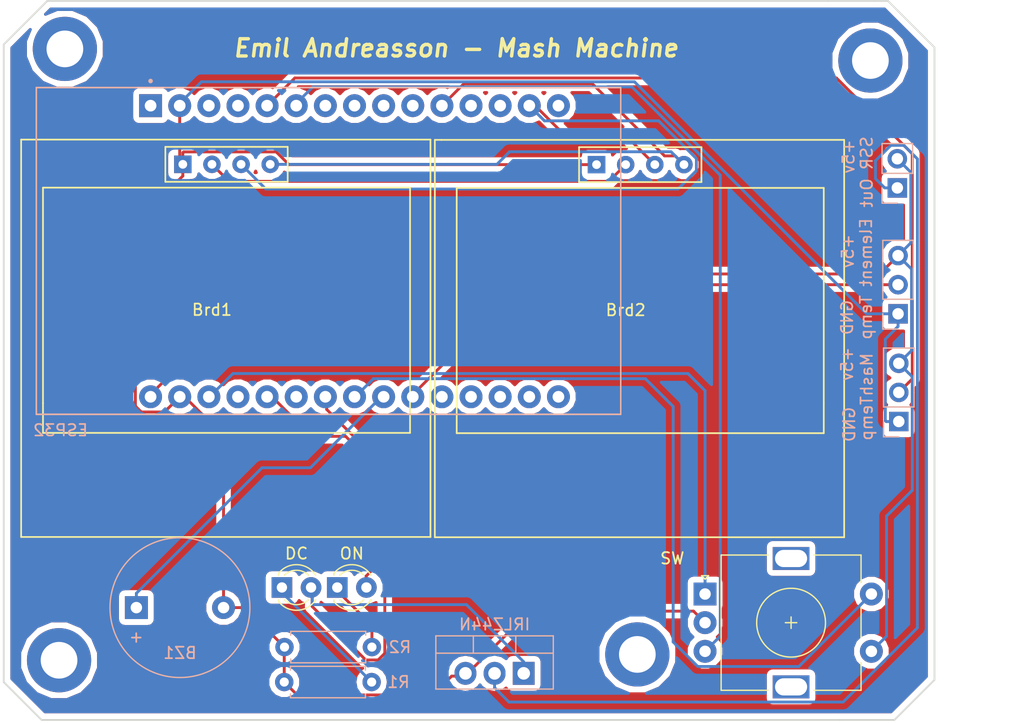
<source format=kicad_pcb>
(kicad_pcb (version 20171130) (host pcbnew "(5.0.2)-1")

  (general
    (thickness 1.6)
    (drawings 17)
    (tracks 148)
    (zones 0)
    (modules 17)
    (nets 16)
  )

  (page A4)
  (layers
    (0 F.Cu signal)
    (31 B.Cu signal)
    (32 B.Adhes user)
    (33 F.Adhes user)
    (34 B.Paste user)
    (35 F.Paste user)
    (36 B.SilkS user)
    (37 F.SilkS user)
    (38 B.Mask user)
    (39 F.Mask user)
    (40 Dwgs.User user)
    (41 Cmts.User user)
    (42 Eco1.User user)
    (43 Eco2.User user)
    (44 Edge.Cuts user)
    (45 Margin user)
    (46 B.CrtYd user)
    (47 F.CrtYd user)
    (48 B.Fab user)
    (49 F.Fab user)
  )

  (setup
    (last_trace_width 0.25)
    (trace_clearance 0.2)
    (zone_clearance 0.508)
    (zone_45_only no)
    (trace_min 0.2)
    (segment_width 0.2)
    (edge_width 0.15)
    (via_size 0.8)
    (via_drill 0.4)
    (via_min_size 0.4)
    (via_min_drill 0.3)
    (uvia_size 0.3)
    (uvia_drill 0.1)
    (uvias_allowed no)
    (uvia_min_size 0.2)
    (uvia_min_drill 0.1)
    (pcb_text_width 0.3)
    (pcb_text_size 1.5 1.5)
    (mod_edge_width 0.15)
    (mod_text_size 1 1)
    (mod_text_width 0.15)
    (pad_size 1.524 1.524)
    (pad_drill 0.762)
    (pad_to_mask_clearance 0.051)
    (solder_mask_min_width 0.25)
    (aux_axis_origin 0 0)
    (visible_elements 7FFFFFFF)
    (pcbplotparams
      (layerselection 0x010fc_ffffffff)
      (usegerberextensions true)
      (usegerberattributes false)
      (usegerberadvancedattributes false)
      (creategerberjobfile false)
      (excludeedgelayer true)
      (linewidth 0.100000)
      (plotframeref false)
      (viasonmask false)
      (mode 1)
      (useauxorigin false)
      (hpglpennumber 1)
      (hpglpenspeed 20)
      (hpglpendiameter 15.000000)
      (psnegative false)
      (psa4output false)
      (plotreference true)
      (plotvalue false)
      (plotinvisibletext false)
      (padsonsilk false)
      (subtractmaskfromsilk true)
      (outputformat 1)
      (mirror false)
      (drillshape 0)
      (scaleselection 1)
      (outputdirectory "gerber/"))
  )

  (net 0 "")
  (net 1 "Net-(Brd1-Pad2)")
  (net 2 "Net-(Brd1-Pad3)")
  (net 3 "Net-(Brd1-Pad4)")
  (net 4 "Net-(BZ1-Pad1)")
  (net 5 "Net-(BZ1-Pad2)")
  (net 6 "Net-(DC1-Pad2)")
  (net 7 "Net-(DC1-Pad1)")
  (net 8 "Net-(J1-Pad2)")
  (net 9 "Net-(J2-Pad2)")
  (net 10 "Net-(J3-Pad1)")
  (net 11 "Net-(ON1-Pad1)")
  (net 12 "Net-(ON1-Pad2)")
  (net 13 "Net-(SW1-PadS2)")
  (net 14 "Net-(SW1-PadB)")
  (net 15 "Net-(SW1-PadA)")

  (net_class Default "This is the default net class."
    (clearance 0.2)
    (trace_width 0.25)
    (via_dia 0.8)
    (via_drill 0.4)
    (uvia_dia 0.3)
    (uvia_drill 0.1)
    (add_net "Net-(BZ1-Pad1)")
    (add_net "Net-(BZ1-Pad2)")
    (add_net "Net-(Brd1-Pad2)")
    (add_net "Net-(Brd1-Pad3)")
    (add_net "Net-(Brd1-Pad4)")
    (add_net "Net-(DC1-Pad1)")
    (add_net "Net-(DC1-Pad2)")
    (add_net "Net-(J1-Pad2)")
    (add_net "Net-(J2-Pad2)")
    (add_net "Net-(J3-Pad1)")
    (add_net "Net-(ON1-Pad1)")
    (add_net "Net-(ON1-Pad2)")
    (add_net "Net-(SW1-PadA)")
    (add_net "Net-(SW1-PadB)")
    (add_net "Net-(SW1-PadS2)")
  )

  (module ESP32-DEVKIT-V1:MODULE_ESP32_DEVKIT_V1 (layer B.Cu) (tedit 6674719E) (tstamp 66749408)
    (at 124.587 101.854 270)
    (path /662CF1E0)
    (fp_text reference ESP32 (at 15.621 23.368) (layer B.SilkS)
      (effects (font (size 1 1) (thickness 0.15)) (justify mirror))
    )
    (fp_text value ESP32-DEVKIT-V1 (at -0.56 -27.36 270) (layer B.Fab)
      (effects (font (size 1 1) (thickness 0.15)) (justify mirror))
    )
    (fp_line (start -14.28 25.475) (end -3.211 25.475) (layer B.Fab) (width 0.127))
    (fp_line (start -3.211 25.475) (end 3.5 25.475) (layer B.Fab) (width 0.127))
    (fp_line (start 3.5 25.475) (end 14.23 25.475) (layer B.Fab) (width 0.127))
    (fp_line (start 14.23 25.475) (end 14.23 -25.475) (layer B.SilkS) (width 0.127))
    (fp_line (start 14.23 -25.475) (end -14.28 -25.475) (layer B.SilkS) (width 0.127))
    (fp_line (start -14.28 -25.475) (end -14.28 25.475) (layer B.Fab) (width 0.127))
    (fp_line (start -14.28 25.475) (end 14.23 25.475) (layer B.SilkS) (width 0.127))
    (fp_line (start -14.28 -25.475) (end -14.28 25.475) (layer B.SilkS) (width 0.127))
    (fp_circle (center -14.85 15.515) (end -14.75 15.515) (layer B.SilkS) (width 0.2))
    (fp_circle (center -14.85 15.515) (end -14.75 15.515) (layer B.Fab) (width 0.2))
    (fp_line (start 14.23 25.475) (end 14.23 -25.475) (layer B.Fab) (width 0.127))
    (fp_line (start -14.28 -25.475) (end -8.91 -25.475) (layer B.Fab) (width 0.127))
    (fp_line (start -8.91 -25.475) (end 8.78 -25.475) (layer B.Fab) (width 0.127))
    (fp_line (start 8.78 -25.475) (end 14.23 -25.475) (layer B.Fab) (width 0.127))
    (fp_line (start -8.91 -25.475) (end -8.91 -18.985) (layer B.Fab) (width 0.127))
    (fp_line (start -8.91 -18.985) (end -8.91 -6.355) (layer B.Fab) (width 0.127))
    (fp_line (start -8.91 -6.355) (end 8.78 -6.355) (layer B.Fab) (width 0.127))
    (fp_line (start 8.78 -6.355) (end 8.78 -18.985) (layer B.Fab) (width 0.127))
    (fp_line (start 8.78 -18.985) (end 8.78 -25.475) (layer B.Fab) (width 0.127))
    (fp_line (start -8.91 -18.985) (end 8.78 -18.985) (layer B.Fab) (width 0.127))
    (fp_line (start 3.5 25.475) (end 3.5 21.585) (layer B.Fab) (width 0.127))
    (fp_line (start 3.5 21.585) (end -3.211 21.585) (layer B.Fab) (width 0.127))
    (fp_line (start -3.211 21.585) (end -3.211 25.475) (layer B.Fab) (width 0.127))
    (fp_poly (pts (xy -8.91 -18.985) (xy 8.78 -18.985) (xy 8.78 -25.475) (xy -8.91 -25.475)) (layer Dwgs.User) (width 0.01))
    (fp_poly (pts (xy -8.91 -18.985) (xy 8.78 -18.985) (xy 8.78 -25.475) (xy -8.91 -25.475)) (layer Dwgs.User) (width 0.01))
    (fp_poly (pts (xy -8.91 -18.985) (xy 8.78 -18.985) (xy 8.78 -25.475) (xy -8.91 -25.475)) (layer Dwgs.User) (width 0.01))
    (fp_line (start -14.28 25.475) (end -3.211 25.475) (layer B.SilkS) (width 0.127))
    (fp_line (start -3.211 25.475) (end 3.5 25.475) (layer B.SilkS) (width 0.127))
    (fp_line (start 3.5 25.475) (end 14.23 25.475) (layer B.SilkS) (width 0.127))
    (fp_line (start -14.28 -25.475) (end -14.28 25.475) (layer B.SilkS) (width 0.127))
    (fp_line (start 14.23 25.475) (end 14.23 -25.475) (layer B.SilkS) (width 0.127))
    (fp_line (start -14.28 -25.475) (end -8.91 -25.475) (layer B.SilkS) (width 0.127))
    (fp_line (start -8.91 -25.475) (end 8.78 -25.475) (layer B.SilkS) (width 0.127))
    (fp_line (start 8.78 -25.475) (end 14.23 -25.475) (layer B.SilkS) (width 0.127))
    (fp_line (start -14.53 25.725) (end -14.53 -25.725) (layer B.CrtYd) (width 0.05))
    (fp_line (start -14.53 -25.725) (end 14.48 -25.725) (layer B.CrtYd) (width 0.05))
    (fp_line (start 14.48 -25.725) (end 14.48 25.725) (layer B.CrtYd) (width 0.05))
    (fp_line (start 14.48 25.725) (end -14.53 25.725) (layer B.CrtYd) (width 0.05))
    (pad 1 thru_hole rect (at -12.7 15.515 270) (size 2 2) (drill 1.02) (layers *.Cu *.Mask)
      (solder_mask_margin 0.102))
    (pad 2 thru_hole circle (at -12.7 12.975 270) (size 2 2) (drill 1.02) (layers *.Cu *.Mask)
      (net 5 "Net-(BZ1-Pad2)") (solder_mask_margin 0.102))
    (pad 3 thru_hole circle (at -12.7 10.435 270) (size 2 2) (drill 1.02) (layers *.Cu *.Mask)
      (solder_mask_margin 0.102))
    (pad 4 thru_hole circle (at -12.7 7.895 270) (size 2 2) (drill 1.02) (layers *.Cu *.Mask)
      (solder_mask_margin 0.102))
    (pad 5 thru_hole circle (at -12.7 5.355 270) (size 2 2) (drill 1.02) (layers *.Cu *.Mask)
      (net 9 "Net-(J2-Pad2)") (solder_mask_margin 0.102))
    (pad 6 thru_hole circle (at -12.7 2.815 270) (size 2 2) (drill 1.02) (layers *.Cu *.Mask)
      (net 14 "Net-(SW1-PadB)") (solder_mask_margin 0.102))
    (pad 7 thru_hole circle (at -12.7 0.275 270) (size 2 2) (drill 1.02) (layers *.Cu *.Mask)
      (solder_mask_margin 0.102))
    (pad 8 thru_hole circle (at -12.7 -2.265 270) (size 2 2) (drill 1.02) (layers *.Cu *.Mask)
      (solder_mask_margin 0.102))
    (pad 9 thru_hole circle (at -12.7 -4.805 270) (size 2 2) (drill 1.02) (layers *.Cu *.Mask)
      (solder_mask_margin 0.102))
    (pad 10 thru_hole circle (at -12.7 -7.345 270) (size 2 2) (drill 1.02) (layers *.Cu *.Mask)
      (solder_mask_margin 0.102))
    (pad 11 thru_hole circle (at -12.7 -9.885 270) (size 2 2) (drill 1.02) (layers *.Cu *.Mask)
      (net 3 "Net-(Brd1-Pad4)") (solder_mask_margin 0.102))
    (pad 12 thru_hole circle (at -12.7 -12.425 270) (size 2 2) (drill 1.02) (layers *.Cu *.Mask)
      (solder_mask_margin 0.102))
    (pad 13 thru_hole circle (at -12.7 -14.965 270) (size 2 2) (drill 1.02) (layers *.Cu *.Mask)
      (solder_mask_margin 0.102))
    (pad 14 thru_hole circle (at -12.7 -17.505 270) (size 2 2) (drill 1.02) (layers *.Cu *.Mask)
      (net 2 "Net-(Brd1-Pad3)") (solder_mask_margin 0.102))
    (pad 15 thru_hole circle (at -12.7 -20.045 270) (size 2 2) (drill 1.02) (layers *.Cu *.Mask)
      (solder_mask_margin 0.102))
    (pad 30 thru_hole circle (at 12.7 15.515 270) (size 2 2) (drill 1.02) (layers *.Cu *.Mask)
      (net 1 "Net-(Brd1-Pad2)") (solder_mask_margin 0.102))
    (pad 29 thru_hole circle (at 12.7 12.975 270) (size 2 2) (drill 1.02) (layers *.Cu *.Mask)
      (net 5 "Net-(BZ1-Pad2)") (solder_mask_margin 0.102))
    (pad 28 thru_hole circle (at 12.7 10.435 270) (size 2 2) (drill 1.02) (layers *.Cu *.Mask)
      (net 15 "Net-(SW1-PadA)") (solder_mask_margin 0.102))
    (pad 27 thru_hole circle (at 12.7 7.895 270) (size 2 2) (drill 1.02) (layers *.Cu *.Mask)
      (solder_mask_margin 0.102))
    (pad 26 thru_hole circle (at 12.7 5.355 270) (size 2 2) (drill 1.02) (layers *.Cu *.Mask)
      (net 12 "Net-(ON1-Pad2)") (solder_mask_margin 0.102))
    (pad 25 thru_hole circle (at 12.7 2.815 270) (size 2 2) (drill 1.02) (layers *.Cu *.Mask)
      (solder_mask_margin 0.102))
    (pad 24 thru_hole circle (at 12.7 0.275 270) (size 2 2) (drill 1.02) (layers *.Cu *.Mask)
      (net 6 "Net-(DC1-Pad2)") (solder_mask_margin 0.102))
    (pad 23 thru_hole circle (at 12.7 -2.265 270) (size 2 2) (drill 1.02) (layers *.Cu *.Mask)
      (net 13 "Net-(SW1-PadS2)") (solder_mask_margin 0.102))
    (pad 22 thru_hole circle (at 12.7 -4.805 270) (size 2 2) (drill 1.02) (layers *.Cu *.Mask)
      (net 4 "Net-(BZ1-Pad1)") (solder_mask_margin 0.102))
    (pad 21 thru_hole circle (at 12.7 -7.345 270) (size 2 2) (drill 1.02) (layers *.Cu *.Mask)
      (net 8 "Net-(J1-Pad2)") (solder_mask_margin 0.102))
    (pad 20 thru_hole circle (at 12.7 -9.885 270) (size 2 2) (drill 1.02) (layers *.Cu *.Mask)
      (solder_mask_margin 0.102))
    (pad 19 thru_hole circle (at 12.7 -12.425 270) (size 2 2) (drill 1.02) (layers *.Cu *.Mask)
      (solder_mask_margin 0.102))
    (pad 18 thru_hole circle (at 12.7 -14.965 270) (size 2 2) (drill 1.02) (layers *.Cu *.Mask)
      (solder_mask_margin 0.102))
    (pad 17 thru_hole circle (at 12.7 -17.505 270) (size 2 2) (drill 1.02) (layers *.Cu *.Mask)
      (solder_mask_margin 0.102))
    (pad 16 thru_hole circle (at 12.7 -20.045 270) (size 2 2) (drill 1.02) (layers *.Cu *.Mask)
      (solder_mask_margin 0.102))
  )

  (module SSD1306:ssd1306_1.3'' (layer F.Cu) (tedit 66999842) (tstamp 664A5E9E)
    (at 142.875 96.8375)
    (path /662CED16)
    (fp_text reference Brd2 (at 7.62 10.152) (layer F.SilkS)
      (effects (font (size 1 1) (thickness 0.15)))
    )
    (fp_text value "SSD1306 Display 2" (at 7.62 9.152) (layer F.Fab)
      (effects (font (size 1 1) (thickness 0.15)))
    )
    (fp_line (start 24.892 18.288) (end 24.892 20.8915) (layer F.SilkS) (width 0.15))
    (fp_line (start -7.112 18.288) (end -7.112 20.8915) (layer F.SilkS) (width 0.15))
    (fp_line (start -9.017 -4.699) (end -8.4455 -4.699) (layer F.SilkS) (width 0.15))
    (fp_line (start 26.67 -4.699) (end 26.67 29.972) (layer F.SilkS) (width 0.15))
    (fp_line (start -9.017 29.972) (end 26.67 29.972) (layer F.SilkS) (width 0.15))
    (fp_line (start -9.017 -4.699) (end -9.017 29.972) (layer F.SilkS) (width 0.15))
    (fp_line (start -8.4455 -4.699) (end 26.67 -4.699) (layer F.SilkS) (width 0.15))
    (fp_line (start 3.556 -3.556) (end 3.556 -1.016) (layer F.SilkS) (width 0.15))
    (fp_line (start 3.556 -1.016) (end 14.224 -1.016) (layer F.SilkS) (width 0.15))
    (fp_line (start 14.224 -1.016) (end 14.224 -4.064) (layer F.SilkS) (width 0.15))
    (fp_line (start 14.224 -4.064) (end 3.556 -4.064) (layer F.SilkS) (width 0.15))
    (fp_line (start 3.556 -4.064) (end 3.556 -3.556) (layer F.SilkS) (width 0.15))
    (fp_line (start -7.112 -0.508) (end 24.892 -0.508) (layer F.SilkS) (width 0.15))
    (fp_line (start 24.892 -0.508) (end 24.892 18.288) (layer F.SilkS) (width 0.15))
    (fp_line (start 24.892 20.8915) (end -7.112 20.8915) (layer F.SilkS) (width 0.15))
    (fp_line (start -7.112 18.288) (end -7.112 -0.508) (layer F.SilkS) (width 0.15))
    (pad 1 thru_hole rect (at 5.08 -2.54) (size 1.524 1.524) (drill 0.762) (layers *.Cu *.Mask)
      (net 5 "Net-(BZ1-Pad2)"))
    (pad 2 thru_hole circle (at 7.62 -2.54) (size 1.524 1.524) (drill 0.762) (layers *.Cu *.Mask)
      (net 1 "Net-(Brd1-Pad2)"))
    (pad 3 thru_hole circle (at 10.16 -2.54) (size 1.524 1.524) (drill 0.762) (layers *.Cu *.Mask)
      (net 2 "Net-(Brd1-Pad3)"))
    (pad 4 thru_hole circle (at 12.7 -2.54) (size 1.524 1.524) (drill 0.762) (layers *.Cu *.Mask)
      (net 3 "Net-(Brd1-Pad4)"))
  )

  (module SSD1306:ssd1306_1.3'' (layer F.Cu) (tedit 66999842) (tstamp 664A5E89)
    (at 106.803261 96.813441)
    (path /662CF30E)
    (fp_text reference Brd1 (at 7.62 10.152) (layer F.SilkS)
      (effects (font (size 1 1) (thickness 0.15)))
    )
    (fp_text value "SSD1306 Display 1" (at 7.62 9.152) (layer F.Fab)
      (effects (font (size 1 1) (thickness 0.15)))
    )
    (fp_line (start 24.892 18.288) (end 24.892 20.8915) (layer F.SilkS) (width 0.15))
    (fp_line (start -7.112 18.288) (end -7.112 20.8915) (layer F.SilkS) (width 0.15))
    (fp_line (start -9.017 -4.699) (end -8.4455 -4.699) (layer F.SilkS) (width 0.15))
    (fp_line (start 26.67 -4.699) (end 26.67 29.972) (layer F.SilkS) (width 0.15))
    (fp_line (start -9.017 29.972) (end 26.67 29.972) (layer F.SilkS) (width 0.15))
    (fp_line (start -9.017 -4.699) (end -9.017 29.972) (layer F.SilkS) (width 0.15))
    (fp_line (start -8.4455 -4.699) (end 26.67 -4.699) (layer F.SilkS) (width 0.15))
    (fp_line (start 3.556 -3.556) (end 3.556 -1.016) (layer F.SilkS) (width 0.15))
    (fp_line (start 3.556 -1.016) (end 14.224 -1.016) (layer F.SilkS) (width 0.15))
    (fp_line (start 14.224 -1.016) (end 14.224 -4.064) (layer F.SilkS) (width 0.15))
    (fp_line (start 14.224 -4.064) (end 3.556 -4.064) (layer F.SilkS) (width 0.15))
    (fp_line (start 3.556 -4.064) (end 3.556 -3.556) (layer F.SilkS) (width 0.15))
    (fp_line (start -7.112 -0.508) (end 24.892 -0.508) (layer F.SilkS) (width 0.15))
    (fp_line (start 24.892 -0.508) (end 24.892 18.288) (layer F.SilkS) (width 0.15))
    (fp_line (start 24.892 20.8915) (end -7.112 20.8915) (layer F.SilkS) (width 0.15))
    (fp_line (start -7.112 18.288) (end -7.112 -0.508) (layer F.SilkS) (width 0.15))
    (pad 1 thru_hole rect (at 5.08 -2.54) (size 1.524 1.524) (drill 0.762) (layers *.Cu *.Mask)
      (net 5 "Net-(BZ1-Pad2)"))
    (pad 2 thru_hole circle (at 7.62 -2.54) (size 1.524 1.524) (drill 0.762) (layers *.Cu *.Mask)
      (net 1 "Net-(Brd1-Pad2)"))
    (pad 3 thru_hole circle (at 10.16 -2.54) (size 1.524 1.524) (drill 0.762) (layers *.Cu *.Mask)
      (net 2 "Net-(Brd1-Pad3)"))
    (pad 4 thru_hole circle (at 12.7 -2.54) (size 1.524 1.524) (drill 0.762) (layers *.Cu *.Mask)
      (net 3 "Net-(Brd1-Pad4)"))
  )

  (module Buzzer_Beeper:Buzzer_12x9.5RM7.6 (layer B.Cu) (tedit 5A030281) (tstamp 663BEEC2)
    (at 107.83316 132.94868)
    (descr "Generic Buzzer, D12mm height 9.5mm with RM7.6mm")
    (tags buzzer)
    (path /662F3D73)
    (fp_text reference BZ1 (at 3.79984 3.95732) (layer B.SilkS)
      (effects (font (size 1 1) (thickness 0.15)) (justify mirror))
    )
    (fp_text value Alarm (at 3.8 -7.4) (layer B.Fab)
      (effects (font (size 1 1) (thickness 0.15)) (justify mirror))
    )
    (fp_text user + (at -0.01 2.54) (layer B.Fab)
      (effects (font (size 1 1) (thickness 0.15)) (justify mirror))
    )
    (fp_text user + (at -0.01 2.54) (layer B.SilkS)
      (effects (font (size 1 1) (thickness 0.15)) (justify mirror))
    )
    (fp_text user %R (at 3.8 4) (layer F.Fab)
      (effects (font (size 1 1) (thickness 0.15)))
    )
    (fp_circle (center 3.8 0) (end 10.05 0) (layer B.CrtYd) (width 0.05))
    (fp_circle (center 3.8 0) (end 9.8 0) (layer B.Fab) (width 0.1))
    (fp_circle (center 3.8 0) (end 4.8 0) (layer B.Fab) (width 0.1))
    (fp_circle (center 3.8 0) (end 9.9 0) (layer B.SilkS) (width 0.12))
    (pad 1 thru_hole rect (at 0 0) (size 2 2) (drill 1) (layers *.Cu *.Mask)
      (net 4 "Net-(BZ1-Pad1)"))
    (pad 2 thru_hole circle (at 7.6 0) (size 2 2) (drill 1) (layers *.Cu *.Mask)
      (net 5 "Net-(BZ1-Pad2)"))
    (model ${KISYS3DMOD}/Buzzer_Beeper.3dshapes/Buzzer_12x9.5RM7.6.wrl
      (at (xyz 0 0 0))
      (scale (xyz 1 1 1))
      (rotate (xyz 0 0 0))
    )
  )

  (module Resistor_THT:R_Axial_DIN0207_L6.3mm_D2.5mm_P7.62mm_Horizontal (layer B.Cu) (tedit 662D49B0) (tstamp 663BEF5D)
    (at 120.7262 139.44319)
    (descr "Resistor, Axial_DIN0207 series, Axial, Horizontal, pin pitch=7.62mm, 0.25W = 1/4W, length*diameter=6.3*2.5mm^2, http://cdn-reichelt.de/documents/datenblatt/B400/1_4W%23YAG.pdf")
    (tags "Resistor Axial_DIN0207 series Axial Horizontal pin pitch 7.62mm 0.25W = 1/4W length 6.3mm diameter 2.5mm")
    (path /662CED9E)
    (fp_text reference R1 (at 9.9568 0.00281) (layer B.SilkS)
      (effects (font (size 1 1) (thickness 0.15)) (justify mirror))
    )
    (fp_text value 1000 (at 3.7338 0.00281) (layer B.Fab)
      (effects (font (size 1 1) (thickness 0.15)) (justify mirror))
    )
    (fp_line (start 0.66 1.25) (end 0.66 -1.25) (layer B.Fab) (width 0.1))
    (fp_line (start 0.66 -1.25) (end 6.96 -1.25) (layer B.Fab) (width 0.1))
    (fp_line (start 6.96 -1.25) (end 6.96 1.25) (layer B.Fab) (width 0.1))
    (fp_line (start 6.96 1.25) (end 0.66 1.25) (layer B.Fab) (width 0.1))
    (fp_line (start 0 0) (end 0.66 0) (layer B.Fab) (width 0.1))
    (fp_line (start 7.62 0) (end 6.96 0) (layer B.Fab) (width 0.1))
    (fp_line (start 0.54 1.04) (end 0.54 1.37) (layer B.SilkS) (width 0.12))
    (fp_line (start 0.54 1.37) (end 7.08 1.37) (layer B.SilkS) (width 0.12))
    (fp_line (start 7.08 1.37) (end 7.08 1.04) (layer B.SilkS) (width 0.12))
    (fp_line (start 0.54 -1.04) (end 0.54 -1.37) (layer B.SilkS) (width 0.12))
    (fp_line (start 0.54 -1.37) (end 7.08 -1.37) (layer B.SilkS) (width 0.12))
    (fp_line (start 7.08 -1.37) (end 7.08 -1.04) (layer B.SilkS) (width 0.12))
    (fp_line (start -1.05 1.5) (end -1.05 -1.5) (layer B.CrtYd) (width 0.05))
    (fp_line (start -1.05 -1.5) (end 8.67 -1.5) (layer B.CrtYd) (width 0.05))
    (fp_line (start 8.67 -1.5) (end 8.67 1.5) (layer B.CrtYd) (width 0.05))
    (fp_line (start 8.67 1.5) (end -1.05 1.5) (layer B.CrtYd) (width 0.05))
    (fp_text user "" (at -1.9812 0.00281) (layer B.Fab)
      (effects (font (size 1 1) (thickness 0.15)) (justify mirror))
    )
    (pad 1 thru_hole circle (at 0 0) (size 1.6 1.6) (drill 0.8) (layers *.Cu *.Mask)
      (net 5 "Net-(BZ1-Pad2)"))
    (pad 2 thru_hole oval (at 7.62 0) (size 1.6 1.6) (drill 0.8) (layers *.Cu *.Mask)
      (net 7 "Net-(DC1-Pad1)"))
    (model ${KISYS3DMOD}/Resistor_THT.3dshapes/R_Axial_DIN0207_L6.3mm_D2.5mm_P7.62mm_Horizontal.wrl
      (at (xyz 0 0 0))
      (scale (xyz 1 1 1))
      (rotate (xyz 0 0 0))
    )
  )

  (module Resistor_THT:R_Axial_DIN0207_L6.3mm_D2.5mm_P7.62mm_Horizontal (layer B.Cu) (tedit 662D49A5) (tstamp 663BEF74)
    (at 120.74906 136.39265)
    (descr "Resistor, Axial_DIN0207 series, Axial, Horizontal, pin pitch=7.62mm, 0.25W = 1/4W, length*diameter=6.3*2.5mm^2, http://cdn-reichelt.de/documents/datenblatt/B400/1_4W%23YAG.pdf")
    (tags "Resistor Axial_DIN0207 series Axial Horizontal pin pitch 7.62mm 0.25W = 1/4W length 6.3mm diameter 2.5mm")
    (path /662D0749)
    (fp_text reference R2 (at 10.06094 0.00535) (layer B.SilkS)
      (effects (font (size 1 1) (thickness 0.15)) (justify mirror))
    )
    (fp_text value 1000 (at 3.71094 0.00535) (layer B.Fab)
      (effects (font (size 1 1) (thickness 0.15)) (justify mirror))
    )
    (fp_text user "" (at -2.00406 0) (layer B.Fab)
      (effects (font (size 1 1) (thickness 0.15)) (justify mirror))
    )
    (fp_line (start 8.67 1.5) (end -1.05 1.5) (layer B.CrtYd) (width 0.05))
    (fp_line (start 8.67 -1.5) (end 8.67 1.5) (layer B.CrtYd) (width 0.05))
    (fp_line (start -1.05 -1.5) (end 8.67 -1.5) (layer B.CrtYd) (width 0.05))
    (fp_line (start -1.05 1.5) (end -1.05 -1.5) (layer B.CrtYd) (width 0.05))
    (fp_line (start 7.08 -1.37) (end 7.08 -1.04) (layer B.SilkS) (width 0.12))
    (fp_line (start 0.54 -1.37) (end 7.08 -1.37) (layer B.SilkS) (width 0.12))
    (fp_line (start 0.54 -1.04) (end 0.54 -1.37) (layer B.SilkS) (width 0.12))
    (fp_line (start 7.08 1.37) (end 7.08 1.04) (layer B.SilkS) (width 0.12))
    (fp_line (start 0.54 1.37) (end 7.08 1.37) (layer B.SilkS) (width 0.12))
    (fp_line (start 0.54 1.04) (end 0.54 1.37) (layer B.SilkS) (width 0.12))
    (fp_line (start 7.62 0) (end 6.96 0) (layer B.Fab) (width 0.1))
    (fp_line (start 0 0) (end 0.66 0) (layer B.Fab) (width 0.1))
    (fp_line (start 6.96 1.25) (end 0.66 1.25) (layer B.Fab) (width 0.1))
    (fp_line (start 6.96 -1.25) (end 6.96 1.25) (layer B.Fab) (width 0.1))
    (fp_line (start 0.66 -1.25) (end 6.96 -1.25) (layer B.Fab) (width 0.1))
    (fp_line (start 0.66 1.25) (end 0.66 -1.25) (layer B.Fab) (width 0.1))
    (pad 2 thru_hole oval (at 7.62 0) (size 1.6 1.6) (drill 0.8) (layers *.Cu *.Mask)
      (net 11 "Net-(ON1-Pad1)"))
    (pad 1 thru_hole circle (at 0 0) (size 1.6 1.6) (drill 0.8) (layers *.Cu *.Mask)
      (net 5 "Net-(BZ1-Pad2)"))
    (model ${KISYS3DMOD}/Resistor_THT.3dshapes/R_Axial_DIN0207_L6.3mm_D2.5mm_P7.62mm_Horizontal.wrl
      (at (xyz 0 0 0))
      (scale (xyz 1 1 1))
      (rotate (xyz 0 0 0))
    )
  )

  (module LED_THT:LED_D3.0mm (layer F.Cu) (tedit 6674715B) (tstamp 66749309)
    (at 120.523 131.191)
    (descr "LED, diameter 3.0mm, 2 pins")
    (tags "LED diameter 3.0mm 2 pins")
    (path /662CF2B1)
    (fp_text reference DC (at 1.27 -2.96) (layer F.SilkS)
      (effects (font (size 1 1) (thickness 0.15)))
    )
    (fp_text value LED (at 1.27 2.96) (layer F.Fab)
      (effects (font (size 1 1) (thickness 0.15)))
    )
    (fp_arc (start 1.27 0) (end -0.23 -1.16619) (angle 284.3) (layer F.Fab) (width 0.1))
    (fp_arc (start 1.27 0) (end -0.29 -1.235516) (angle 108.8) (layer F.SilkS) (width 0.12))
    (fp_arc (start 1.27 0) (end -0.29 1.235516) (angle -108.8) (layer F.SilkS) (width 0.12))
    (fp_arc (start 1.27 0) (end 0.229039 -1.08) (angle 87.9) (layer F.SilkS) (width 0.12))
    (fp_arc (start 1.27 0) (end 0.229039 1.08) (angle -87.9) (layer F.SilkS) (width 0.12))
    (fp_circle (center 1.27 0) (end 2.77 0) (layer F.Fab) (width 0.1))
    (fp_line (start -0.23 -1.16619) (end -0.23 1.16619) (layer F.Fab) (width 0.1))
    (fp_line (start -0.29 -1.236) (end -0.29 -1.08) (layer F.SilkS) (width 0.12))
    (fp_line (start -0.29 1.08) (end -0.29 1.236) (layer F.SilkS) (width 0.12))
    (fp_line (start -1.15 -2.25) (end -1.15 2.25) (layer F.CrtYd) (width 0.05))
    (fp_line (start -1.15 2.25) (end 3.7 2.25) (layer F.CrtYd) (width 0.05))
    (fp_line (start 3.7 2.25) (end 3.7 -2.25) (layer F.CrtYd) (width 0.05))
    (fp_line (start 3.7 -2.25) (end -1.15 -2.25) (layer F.CrtYd) (width 0.05))
    (pad 1 thru_hole rect (at 0 0) (size 1.8 1.8) (drill 0.9) (layers *.Cu *.Mask)
      (net 7 "Net-(DC1-Pad1)"))
    (pad 2 thru_hole circle (at 2.54 0) (size 1.8 1.8) (drill 0.9) (layers *.Cu *.Mask)
      (net 6 "Net-(DC1-Pad2)"))
    (model ${KISYS3DMOD}/LED_THT.3dshapes/LED_D3.0mm.wrl
      (at (xyz 0 0 0))
      (scale (xyz 1 1 1))
      (rotate (xyz 0 0 0))
    )
  )

  (module MountingHole:MountingHole_3.2mm_M3_DIN965_Pad (layer F.Cu) (tedit 6674716B) (tstamp 66749311)
    (at 101.092 137.541)
    (descr "Mounting Hole 3.2mm, M3, DIN965")
    (tags "mounting hole 3.2mm m3 din965")
    (path /6630F06B)
    (attr virtual)
    (fp_text reference "" (at 0 -3.8) (layer F.SilkS)
      (effects (font (size 1 1) (thickness 0.15)))
    )
    (fp_text value MountingHole (at 0 3.8) (layer F.Fab)
      (effects (font (size 1 1) (thickness 0.15)))
    )
    (fp_circle (center 0 0) (end 3.05 0) (layer F.CrtYd) (width 0.05))
    (fp_circle (center 0 0) (end 2.8 0) (layer Cmts.User) (width 0.15))
    (fp_text user %R (at 0.3 0) (layer F.Fab)
      (effects (font (size 1 1) (thickness 0.15)))
    )
    (pad 1 thru_hole circle (at 0 0) (size 5.6 5.6) (drill 3.2) (layers *.Cu *.Mask))
  )

  (module MountingHole:MountingHole_3.2mm_M3_DIN965_Pad (layer F.Cu) (tedit 66747169) (tstamp 66749319)
    (at 151.511 137.033)
    (descr "Mounting Hole 3.2mm, M3, DIN965")
    (tags "mounting hole 3.2mm m3 din965")
    (path /6630D04A)
    (attr virtual)
    (fp_text reference "" (at 0 -3.8) (layer F.SilkS)
      (effects (font (size 1 1) (thickness 0.15)))
    )
    (fp_text value MountingHole (at 0 3.8) (layer F.Fab)
      (effects (font (size 1 1) (thickness 0.15)))
    )
    (fp_circle (center 0 0) (end 3.05 0) (layer F.CrtYd) (width 0.05))
    (fp_circle (center 0 0) (end 2.8 0) (layer Cmts.User) (width 0.15))
    (fp_text user %R (at 0.3 0) (layer F.Fab)
      (effects (font (size 1 1) (thickness 0.15)))
    )
    (pad 1 thru_hole circle (at 0 0) (size 5.6 5.6) (drill 3.2) (layers *.Cu *.Mask))
  )

  (module MountingHole:MountingHole_3.2mm_M3_DIN965_Pad (layer F.Cu) (tedit 6674716E) (tstamp 66749321)
    (at 101.6 84.201)
    (descr "Mounting Hole 3.2mm, M3, DIN965")
    (tags "mounting hole 3.2mm m3 din965")
    (path /6630D1FB)
    (attr virtual)
    (fp_text reference "" (at 0 -3.8) (layer F.SilkS)
      (effects (font (size 1 1) (thickness 0.15)))
    )
    (fp_text value MountingHole (at 0 3.8) (layer F.Fab)
      (effects (font (size 1 1) (thickness 0.15)))
    )
    (fp_text user %R (at 0.3 0) (layer F.Fab)
      (effects (font (size 1 1) (thickness 0.15)))
    )
    (fp_circle (center 0 0) (end 2.8 0) (layer Cmts.User) (width 0.15))
    (fp_circle (center 0 0) (end 3.05 0) (layer F.CrtYd) (width 0.05))
    (pad 1 thru_hole circle (at 0 0) (size 5.6 5.6) (drill 3.2) (layers *.Cu *.Mask))
  )

  (module MountingHole:MountingHole_3.2mm_M3_DIN965_Pad (layer F.Cu) (tedit 66747172) (tstamp 66749329)
    (at 171.831 85.217)
    (descr "Mounting Hole 3.2mm, M3, DIN965")
    (tags "mounting hole 3.2mm m3 din965")
    (path /66310EE2)
    (attr virtual)
    (fp_text reference "" (at 0 -3.8) (layer F.SilkS)
      (effects (font (size 1 1) (thickness 0.15)))
    )
    (fp_text value MountingHole (at 0 3.8) (layer F.Fab)
      (effects (font (size 1 1) (thickness 0.15)))
    )
    (fp_text user %R (at 0.3 0) (layer F.Fab)
      (effects (font (size 1 1) (thickness 0.15)))
    )
    (fp_circle (center 0 0) (end 2.8 0) (layer Cmts.User) (width 0.15))
    (fp_circle (center 0 0) (end 3.05 0) (layer F.CrtYd) (width 0.05))
    (pad 1 thru_hole circle (at 0 0) (size 5.6 5.6) (drill 3.2) (layers *.Cu *.Mask))
  )

  (module Connector_PinHeader_2.54mm:PinHeader_1x03_P2.54mm_Vertical (layer B.Cu) (tedit 66747228) (tstamp 66749340)
    (at 174.244 107.315)
    (descr "Through hole straight pin header, 1x03, 2.54mm pitch, single row")
    (tags "Through hole pin header THT 1x03 2.54mm single row")
    (path /662CF045)
    (fp_text reference "Element Temp" (at -2.794 -3.048 90) (layer B.SilkS)
      (effects (font (size 1 1) (thickness 0.15)) (justify mirror))
    )
    (fp_text value "Element Temp" (at 5.334 -3.048 90) (layer B.Fab)
      (effects (font (size 1 1) (thickness 0.15)) (justify mirror))
    )
    (fp_text user "" (at 6.731 -3.302 -90) (layer B.Fab)
      (effects (font (size 1 1) (thickness 0.15)) (justify mirror))
    )
    (fp_line (start 1.8 1.8) (end -1.8 1.8) (layer B.CrtYd) (width 0.05))
    (fp_line (start 1.8 -6.85) (end 1.8 1.8) (layer B.CrtYd) (width 0.05))
    (fp_line (start -1.8 -6.85) (end 1.8 -6.85) (layer B.CrtYd) (width 0.05))
    (fp_line (start -1.8 1.8) (end -1.8 -6.85) (layer B.CrtYd) (width 0.05))
    (fp_line (start -1.33 1.33) (end 0 1.33) (layer B.SilkS) (width 0.12))
    (fp_line (start -1.33 0) (end -1.33 1.33) (layer B.SilkS) (width 0.12))
    (fp_line (start -1.33 -1.27) (end 1.33 -1.27) (layer B.SilkS) (width 0.12))
    (fp_line (start 1.33 -1.27) (end 1.33 -6.41) (layer B.SilkS) (width 0.12))
    (fp_line (start -1.33 -1.27) (end -1.33 -6.41) (layer B.SilkS) (width 0.12))
    (fp_line (start -1.33 -6.41) (end 1.33 -6.41) (layer B.SilkS) (width 0.12))
    (fp_line (start -1.27 0.635) (end -0.635 1.27) (layer B.Fab) (width 0.1))
    (fp_line (start -1.27 -6.35) (end -1.27 0.635) (layer B.Fab) (width 0.1))
    (fp_line (start 1.27 -6.35) (end -1.27 -6.35) (layer B.Fab) (width 0.1))
    (fp_line (start 1.27 1.27) (end 1.27 -6.35) (layer B.Fab) (width 0.1))
    (fp_line (start -0.635 1.27) (end 1.27 1.27) (layer B.Fab) (width 0.1))
    (pad 3 thru_hole oval (at 0 -5.08) (size 1.7 1.7) (drill 1) (layers *.Cu *.Mask)
      (net 1 "Net-(Brd1-Pad2)"))
    (pad 2 thru_hole oval (at 0 -2.54) (size 1.7 1.7) (drill 1) (layers *.Cu *.Mask)
      (net 8 "Net-(J1-Pad2)"))
    (pad 1 thru_hole rect (at 0 0) (size 1.7 1.7) (drill 1) (layers *.Cu *.Mask)
      (net 5 "Net-(BZ1-Pad2)"))
    (model ${KISYS3DMOD}/Connector_PinHeader_2.54mm.3dshapes/PinHeader_1x03_P2.54mm_Vertical.wrl
      (at (xyz 0 0 0))
      (scale (xyz 1 1 1))
      (rotate (xyz 0 0 0))
    )
  )

  (module Connector_PinHeader_2.54mm:PinHeader_1x03_P2.54mm_Vertical (layer B.Cu) (tedit 6674724A) (tstamp 66749357)
    (at 174.3075 116.713)
    (descr "Through hole straight pin header, 1x03, 2.54mm pitch, single row")
    (tags "Through hole pin header THT 1x03 2.54mm single row")
    (path /662CF0C8)
    (fp_text reference MashTemp (at -2.794 -2.159 90) (layer B.SilkS)
      (effects (font (size 1 1) (thickness 0.15)) (justify mirror))
    )
    (fp_text value MashTemp (at 5.08 -2.286 90) (layer B.Fab)
      (effects (font (size 1 1) (thickness 0.15)) (justify mirror))
    )
    (fp_line (start -0.635 1.27) (end 1.27 1.27) (layer B.Fab) (width 0.1))
    (fp_line (start 1.27 1.27) (end 1.27 -6.35) (layer B.Fab) (width 0.1))
    (fp_line (start 1.27 -6.35) (end -1.27 -6.35) (layer B.Fab) (width 0.1))
    (fp_line (start -1.27 -6.35) (end -1.27 0.635) (layer B.Fab) (width 0.1))
    (fp_line (start -1.27 0.635) (end -0.635 1.27) (layer B.Fab) (width 0.1))
    (fp_line (start -1.33 -6.41) (end 1.33 -6.41) (layer B.SilkS) (width 0.12))
    (fp_line (start -1.33 -1.27) (end -1.33 -6.41) (layer B.SilkS) (width 0.12))
    (fp_line (start 1.33 -1.27) (end 1.33 -6.41) (layer B.SilkS) (width 0.12))
    (fp_line (start -1.33 -1.27) (end 1.33 -1.27) (layer B.SilkS) (width 0.12))
    (fp_line (start -1.33 0) (end -1.33 1.33) (layer B.SilkS) (width 0.12))
    (fp_line (start -1.33 1.33) (end 0 1.33) (layer B.SilkS) (width 0.12))
    (fp_line (start -1.8 1.8) (end -1.8 -6.85) (layer B.CrtYd) (width 0.05))
    (fp_line (start -1.8 -6.85) (end 1.8 -6.85) (layer B.CrtYd) (width 0.05))
    (fp_line (start 1.8 -6.85) (end 1.8 1.8) (layer B.CrtYd) (width 0.05))
    (fp_line (start 1.8 1.8) (end -1.8 1.8) (layer B.CrtYd) (width 0.05))
    (fp_text user "" (at 7.112 -1.524 -90) (layer B.Fab)
      (effects (font (size 1 1) (thickness 0.15)) (justify mirror))
    )
    (pad 1 thru_hole rect (at 0 0) (size 1.7 1.7) (drill 1) (layers *.Cu *.Mask)
      (net 5 "Net-(BZ1-Pad2)"))
    (pad 2 thru_hole oval (at 0 -2.54) (size 1.7 1.7) (drill 1) (layers *.Cu *.Mask)
      (net 9 "Net-(J2-Pad2)"))
    (pad 3 thru_hole oval (at 0 -5.08) (size 1.7 1.7) (drill 1) (layers *.Cu *.Mask)
      (net 1 "Net-(Brd1-Pad2)"))
    (model ${KISYS3DMOD}/Connector_PinHeader_2.54mm.3dshapes/PinHeader_1x03_P2.54mm_Vertical.wrl
      (at (xyz 0 0 0))
      (scale (xyz 1 1 1))
      (rotate (xyz 0 0 0))
    )
  )

  (module Connector_PinHeader_2.54mm:PinHeader_1x02_P2.54mm_Vertical (layer B.Cu) (tedit 66747230) (tstamp 6674936D)
    (at 174.1805 96.3295)
    (descr "Through hole straight pin header, 1x02, 2.54mm pitch, single row")
    (tags "Through hole pin header THT 1x02 2.54mm single row")
    (path /662CEFF2)
    (fp_text reference "SSR Out" (at -2.667 -1.397 90) (layer B.SilkS)
      (effects (font (size 1 1) (thickness 0.15)) (justify mirror))
    )
    (fp_text value "SSR Out" (at 6.35 -0.635 90) (layer B.Fab)
      (effects (font (size 1 1) (thickness 0.15)) (justify mirror))
    )
    (fp_line (start -0.635 1.27) (end 1.27 1.27) (layer B.Fab) (width 0.1))
    (fp_line (start 1.27 1.27) (end 1.27 -3.81) (layer B.Fab) (width 0.1))
    (fp_line (start 1.27 -3.81) (end -1.27 -3.81) (layer B.Fab) (width 0.1))
    (fp_line (start -1.27 -3.81) (end -1.27 0.635) (layer B.Fab) (width 0.1))
    (fp_line (start -1.27 0.635) (end -0.635 1.27) (layer B.Fab) (width 0.1))
    (fp_line (start -1.33 -3.87) (end 1.33 -3.87) (layer B.SilkS) (width 0.12))
    (fp_line (start -1.33 -1.27) (end -1.33 -3.87) (layer B.SilkS) (width 0.12))
    (fp_line (start 1.33 -1.27) (end 1.33 -3.87) (layer B.SilkS) (width 0.12))
    (fp_line (start -1.33 -1.27) (end 1.33 -1.27) (layer B.SilkS) (width 0.12))
    (fp_line (start -1.33 0) (end -1.33 1.33) (layer B.SilkS) (width 0.12))
    (fp_line (start -1.33 1.33) (end 0 1.33) (layer B.SilkS) (width 0.12))
    (fp_line (start -1.8 1.8) (end -1.8 -4.35) (layer B.CrtYd) (width 0.05))
    (fp_line (start -1.8 -4.35) (end 1.8 -4.35) (layer B.CrtYd) (width 0.05))
    (fp_line (start 1.8 -4.35) (end 1.8 1.8) (layer B.CrtYd) (width 0.05))
    (fp_line (start 1.8 1.8) (end -1.8 1.8) (layer B.CrtYd) (width 0.05))
    (fp_text user "" (at 10.795 -2.286 -90) (layer B.Fab)
      (effects (font (size 1 1) (thickness 0.15)) (justify mirror))
    )
    (pad 1 thru_hole rect (at 0 0) (size 1.7 1.7) (drill 1) (layers *.Cu *.Mask)
      (net 10 "Net-(J3-Pad1)"))
    (pad 2 thru_hole oval (at 0 -2.54) (size 1.7 1.7) (drill 1) (layers *.Cu *.Mask)
      (net 1 "Net-(Brd1-Pad2)"))
    (model ${KISYS3DMOD}/Connector_PinHeader_2.54mm.3dshapes/PinHeader_1x02_P2.54mm_Vertical.wrl
      (at (xyz 0 0 0))
      (scale (xyz 1 1 1))
      (rotate (xyz 0 0 0))
    )
  )

  (module LED_THT:LED_D3.0mm (layer F.Cu) (tedit 6674715D) (tstamp 66749380)
    (at 125.349 131.191)
    (descr "LED, diameter 3.0mm, 2 pins")
    (tags "LED diameter 3.0mm 2 pins")
    (path /662CEC62)
    (fp_text reference ON (at 1.27 -2.96) (layer F.SilkS)
      (effects (font (size 1 1) (thickness 0.15)))
    )
    (fp_text value LED (at 1.27 2.96) (layer F.Fab)
      (effects (font (size 1 1) (thickness 0.15)))
    )
    (fp_line (start 3.7 -2.25) (end -1.15 -2.25) (layer F.CrtYd) (width 0.05))
    (fp_line (start 3.7 2.25) (end 3.7 -2.25) (layer F.CrtYd) (width 0.05))
    (fp_line (start -1.15 2.25) (end 3.7 2.25) (layer F.CrtYd) (width 0.05))
    (fp_line (start -1.15 -2.25) (end -1.15 2.25) (layer F.CrtYd) (width 0.05))
    (fp_line (start -0.29 1.08) (end -0.29 1.236) (layer F.SilkS) (width 0.12))
    (fp_line (start -0.29 -1.236) (end -0.29 -1.08) (layer F.SilkS) (width 0.12))
    (fp_line (start -0.23 -1.16619) (end -0.23 1.16619) (layer F.Fab) (width 0.1))
    (fp_circle (center 1.27 0) (end 2.77 0) (layer F.Fab) (width 0.1))
    (fp_arc (start 1.27 0) (end 0.229039 1.08) (angle -87.9) (layer F.SilkS) (width 0.12))
    (fp_arc (start 1.27 0) (end 0.229039 -1.08) (angle 87.9) (layer F.SilkS) (width 0.12))
    (fp_arc (start 1.27 0) (end -0.29 1.235516) (angle -108.8) (layer F.SilkS) (width 0.12))
    (fp_arc (start 1.27 0) (end -0.29 -1.235516) (angle 108.8) (layer F.SilkS) (width 0.12))
    (fp_arc (start 1.27 0) (end -0.23 -1.16619) (angle 284.3) (layer F.Fab) (width 0.1))
    (pad 2 thru_hole circle (at 2.54 0) (size 1.8 1.8) (drill 0.9) (layers *.Cu *.Mask)
      (net 12 "Net-(ON1-Pad2)"))
    (pad 1 thru_hole rect (at 0 0) (size 1.8 1.8) (drill 0.9) (layers *.Cu *.Mask)
      (net 11 "Net-(ON1-Pad1)"))
    (model ${KISYS3DMOD}/LED_THT.3dshapes/LED_D3.0mm.wrl
      (at (xyz 0 0 0))
      (scale (xyz 1 1 1))
      (rotate (xyz 0 0 0))
    )
  )

  (module Package_TO_SOT_THT:TO-220-3_Vertical (layer B.Cu) (tedit 667472A7) (tstamp 6674939A)
    (at 141.605 138.684 180)
    (descr "TO-220-3, Vertical, RM 2.54mm, see https://www.vishay.com/docs/66542/to-220-1.pdf")
    (tags "TO-220-3 Vertical RM 2.54mm")
    (path /662CEBE8)
    (fp_text reference IRLZ44N (at 2.54 4.27 180) (layer B.SilkS)
      (effects (font (size 1 1) (thickness 0.15)) (justify mirror))
    )
    (fp_text value IRLZ44N (at 2.54 -2.5 180) (layer B.Fab)
      (effects (font (size 1 1) (thickness 0.15)) (justify mirror))
    )
    (fp_line (start -2.46 3.15) (end -2.46 -1.25) (layer B.Fab) (width 0.1))
    (fp_line (start -2.46 -1.25) (end 7.54 -1.25) (layer B.Fab) (width 0.1))
    (fp_line (start 7.54 -1.25) (end 7.54 3.15) (layer B.Fab) (width 0.1))
    (fp_line (start 7.54 3.15) (end -2.46 3.15) (layer B.Fab) (width 0.1))
    (fp_line (start -2.46 1.88) (end 7.54 1.88) (layer B.Fab) (width 0.1))
    (fp_line (start 0.69 3.15) (end 0.69 1.88) (layer B.Fab) (width 0.1))
    (fp_line (start 4.39 3.15) (end 4.39 1.88) (layer B.Fab) (width 0.1))
    (fp_line (start -2.58 3.27) (end 7.66 3.27) (layer B.SilkS) (width 0.12))
    (fp_line (start -2.58 -1.371) (end 7.66 -1.371) (layer B.SilkS) (width 0.12))
    (fp_line (start -2.58 3.27) (end -2.58 -1.371) (layer B.SilkS) (width 0.12))
    (fp_line (start 7.66 3.27) (end 7.66 -1.371) (layer B.SilkS) (width 0.12))
    (fp_line (start -2.58 1.76) (end 7.66 1.76) (layer B.SilkS) (width 0.12))
    (fp_line (start 0.69 3.27) (end 0.69 1.76) (layer B.SilkS) (width 0.12))
    (fp_line (start 4.391 3.27) (end 4.391 1.76) (layer B.SilkS) (width 0.12))
    (fp_line (start -2.71 3.4) (end -2.71 -1.51) (layer B.CrtYd) (width 0.05))
    (fp_line (start -2.71 -1.51) (end 7.79 -1.51) (layer B.CrtYd) (width 0.05))
    (fp_line (start 7.79 -1.51) (end 7.79 3.4) (layer B.CrtYd) (width 0.05))
    (fp_line (start 7.79 3.4) (end -2.71 3.4) (layer B.CrtYd) (width 0.05))
    (fp_text user %R (at 2.54 4.27 180) (layer B.Fab)
      (effects (font (size 1 1) (thickness 0.15)) (justify mirror))
    )
    (pad 1 thru_hole rect (at 0 0 180) (size 1.905 2) (drill 1.1) (layers *.Cu *.Mask)
      (net 6 "Net-(DC1-Pad2)"))
    (pad 2 thru_hole oval (at 2.54 0 180) (size 1.905 2) (drill 1.1) (layers *.Cu *.Mask)
      (net 10 "Net-(J3-Pad1)"))
    (pad 3 thru_hole oval (at 5.08 0 180) (size 1.905 2) (drill 1.1) (layers *.Cu *.Mask)
      (net 5 "Net-(BZ1-Pad2)"))
    (model ${KISYS3DMOD}/Package_TO_SOT_THT.3dshapes/TO-220-3_Vertical.wrl
      (at (xyz 0 0 0))
      (scale (xyz 1 1 1))
      (rotate (xyz 0 0 0))
    )
  )

  (module Rotary_Encoder:RotaryEncoder_Alps_EC11E-Switch_Vertical_H20mm (layer F.Cu) (tedit 66747160) (tstamp 667493C0)
    (at 157.4165 131.7625)
    (descr "Alps rotary encoder, EC12E... with switch, vertical shaft, http://www.alps.com/prod/info/E/HTML/Encoder/Incremental/EC11/EC11E15204A3.html")
    (tags "rotary encoder")
    (path /662D6E78)
    (fp_text reference SW (at -2.8575 -3.1115) (layer F.SilkS)
      (effects (font (size 1 1) (thickness 0.15)))
    )
    (fp_text value Rotary_Encoder_Switch (at 7.5 10.4) (layer F.Fab)
      (effects (font (size 1 1) (thickness 0.15)))
    )
    (fp_text user %R (at 11.1 6.3) (layer F.Fab)
      (effects (font (size 1 1) (thickness 0.15)))
    )
    (fp_line (start 7 2.5) (end 8 2.5) (layer F.SilkS) (width 0.12))
    (fp_line (start 7.5 2) (end 7.5 3) (layer F.SilkS) (width 0.12))
    (fp_line (start 13.6 6) (end 13.6 8.4) (layer F.SilkS) (width 0.12))
    (fp_line (start 13.6 1.2) (end 13.6 3.8) (layer F.SilkS) (width 0.12))
    (fp_line (start 13.6 -3.4) (end 13.6 -1) (layer F.SilkS) (width 0.12))
    (fp_line (start 4.5 2.5) (end 10.5 2.5) (layer F.Fab) (width 0.12))
    (fp_line (start 7.5 -0.5) (end 7.5 5.5) (layer F.Fab) (width 0.12))
    (fp_line (start 0.3 -1.6) (end 0 -1.3) (layer F.SilkS) (width 0.12))
    (fp_line (start -0.3 -1.6) (end 0.3 -1.6) (layer F.SilkS) (width 0.12))
    (fp_line (start 0 -1.3) (end -0.3 -1.6) (layer F.SilkS) (width 0.12))
    (fp_line (start 1.4 -3.4) (end 1.4 8.4) (layer F.SilkS) (width 0.12))
    (fp_line (start 5.5 -3.4) (end 1.4 -3.4) (layer F.SilkS) (width 0.12))
    (fp_line (start 5.5 8.4) (end 1.4 8.4) (layer F.SilkS) (width 0.12))
    (fp_line (start 13.6 8.4) (end 9.5 8.4) (layer F.SilkS) (width 0.12))
    (fp_line (start 9.5 -3.4) (end 13.6 -3.4) (layer F.SilkS) (width 0.12))
    (fp_line (start 1.5 -2.2) (end 2.5 -3.3) (layer F.Fab) (width 0.12))
    (fp_line (start 1.5 8.3) (end 1.5 -2.2) (layer F.Fab) (width 0.12))
    (fp_line (start 13.5 8.3) (end 1.5 8.3) (layer F.Fab) (width 0.12))
    (fp_line (start 13.5 -3.3) (end 13.5 8.3) (layer F.Fab) (width 0.12))
    (fp_line (start 2.5 -3.3) (end 13.5 -3.3) (layer F.Fab) (width 0.12))
    (fp_line (start -1.5 -4.6) (end 16 -4.6) (layer F.CrtYd) (width 0.05))
    (fp_line (start -1.5 -4.6) (end -1.5 9.6) (layer F.CrtYd) (width 0.05))
    (fp_line (start 16 9.6) (end 16 -4.6) (layer F.CrtYd) (width 0.05))
    (fp_line (start 16 9.6) (end -1.5 9.6) (layer F.CrtYd) (width 0.05))
    (fp_circle (center 7.5 2.5) (end 10.5 2.5) (layer F.SilkS) (width 0.12))
    (fp_circle (center 7.5 2.5) (end 10.5 2.5) (layer F.Fab) (width 0.12))
    (pad S1 thru_hole circle (at 14.5 5) (size 2 2) (drill 1) (layers *.Cu *.Mask)
      (net 1 "Net-(Brd1-Pad2)"))
    (pad S2 thru_hole circle (at 14.5 0) (size 2 2) (drill 1) (layers *.Cu *.Mask)
      (net 13 "Net-(SW1-PadS2)"))
    (pad MP thru_hole rect (at 7.5 8.1) (size 3.2 2) (drill oval 2.8 1.5) (layers *.Cu *.Mask))
    (pad MP thru_hole rect (at 7.5 -3.1) (size 3.2 2) (drill oval 2.8 1.5) (layers *.Cu *.Mask))
    (pad B thru_hole circle (at 0 5) (size 2 2) (drill 1) (layers *.Cu *.Mask)
      (net 14 "Net-(SW1-PadB)"))
    (pad C thru_hole circle (at 0 2.5) (size 2 2) (drill 1) (layers *.Cu *.Mask)
      (net 5 "Net-(BZ1-Pad2)"))
    (pad A thru_hole rect (at 0 0) (size 2 2) (drill 1) (layers *.Cu *.Mask)
      (net 15 "Net-(SW1-PadA)"))
    (model ${KISYS3DMOD}/Rotary_Encoder.3dshapes/RotaryEncoder_Alps_EC11E-Switch_Vertical_H20mm.wrl
      (at (xyz 0 0 0))
      (scale (xyz 1 1 1))
      (rotate (xyz 0 0 0))
    )
  )

  (gr_text GND (at 169.799 107.6325 90) (layer B.SilkS) (tstamp 66A878A5)
    (effects (font (size 1 1) (thickness 0.15)) (justify mirror))
  )
  (gr_text GND (at 169.9895 116.967 90) (layer B.SilkS) (tstamp 66A878A5)
    (effects (font (size 1 1) (thickness 0.15)) (justify mirror))
  )
  (gr_text +5v (at 169.799 111.6965 90) (layer B.SilkS) (tstamp 66A878A1)
    (effects (font (size 1 1) (thickness 0.15)) (justify mirror))
  )
  (gr_text +5v (at 169.8625 101.854 90) (layer B.SilkS) (tstamp 66A878A1)
    (effects (font (size 1 1) (thickness 0.15)) (justify mirror))
  )
  (gr_text +5v (at 169.926 93.599 90) (layer B.SilkS)
    (effects (font (size 1 1) (thickness 0.15)) (justify mirror))
  )
  (gr_line (start 173.9265 142.748) (end 169.164 142.748) (layer Edge.Cuts) (width 0.15))
  (gr_line (start 177.419 139.2555) (end 173.9265 142.748) (layer Edge.Cuts) (width 0.15))
  (gr_line (start 177.419 84.074) (end 177.419 139.2555) (layer Edge.Cuts) (width 0.15))
  (gr_line (start 173.355 80.01) (end 177.419 84.074) (layer Edge.Cuts) (width 0.15))
  (gr_line (start 172.212 80.01) (end 173.355 80.01) (layer Edge.Cuts) (width 0.15))
  (gr_line (start 168.148 80.01) (end 172.212 80.01) (layer Edge.Cuts) (width 0.15))
  (gr_line (start 96.266 83.82) (end 100.076 80.01) (layer Edge.Cuts) (width 0.15))
  (gr_line (start 96.266 139.446) (end 96.266 83.82) (layer Edge.Cuts) (width 0.15))
  (gr_line (start 99.568 142.748) (end 96.266 139.446) (layer Edge.Cuts) (width 0.15))
  (gr_line (start 169.164 142.748) (end 99.568 142.748) (layer Edge.Cuts) (width 0.15))
  (gr_line (start 100.076 80.01) (end 168.148 80.01) (layer Edge.Cuts) (width 0.15))
  (gr_text "Emil Andreasson - Mash Machine" (at 135.6995 84.1375) (layer F.SilkS)
    (effects (font (size 1.5 1.5) (thickness 0.3) italic))
  )

  (segment (start 115.18526 95.03544) (end 114.423261 94.273441) (width 0.25) (layer F.Cu) (net 1) (status 20))
  (segment (start 115.510262 95.360442) (end 115.18526 95.03544) (width 0.25) (layer F.Cu) (net 1))
  (segment (start 109.18884 114.24412) (end 119.59522 103.83774) (width 0.25) (layer F.Cu) (net 1))
  (segment (start 115.510262 99.752782) (end 119.59522 103.83774) (width 0.25) (layer F.Cu) (net 1))
  (segment (start 115.510262 95.360442) (end 115.510262 99.752782) (width 0.25) (layer F.Cu) (net 1))
  (segment (start 115.510262 95.360442) (end 115.90782 95.758) (width 0.25) (layer F.Cu) (net 1))
  (segment (start 149.0345 95.758) (end 146.304 95.758) (width 0.25) (layer F.Cu) (net 1))
  (segment (start 150.495 94.2975) (end 149.0345 95.758) (width 0.25) (layer F.Cu) (net 1))
  (segment (start 115.90782 95.758) (end 146.304 95.758) (width 0.25) (layer F.Cu) (net 1))
  (segment (start 173.241501 135.437499) (end 173.241501 124.954499) (width 0.25) (layer B.Cu) (net 1))
  (segment (start 171.9165 136.7625) (end 173.241501 135.437499) (width 0.25) (layer B.Cu) (net 1))
  (segment (start 175.157499 112.482999) (end 174.3075 111.633) (width 0.25) (layer B.Cu) (net 1))
  (segment (start 175.482501 112.808001) (end 175.157499 112.482999) (width 0.25) (layer B.Cu) (net 1))
  (segment (start 175.482501 122.713499) (end 175.482501 112.808001) (width 0.25) (layer B.Cu) (net 1))
  (segment (start 173.241501 124.954499) (end 175.482501 122.713499) (width 0.25) (layer B.Cu) (net 1))
  (segment (start 172.64126 103.83774) (end 174.244 102.235) (width 0.25) (layer F.Cu) (net 1))
  (segment (start 119.59522 103.83774) (end 172.64126 103.83774) (width 0.25) (layer F.Cu) (net 1))
  (segment (start 175.093999 103.084999) (end 174.244 102.235) (width 0.25) (layer B.Cu) (net 1))
  (segment (start 175.419001 103.410001) (end 175.093999 103.084999) (width 0.25) (layer B.Cu) (net 1))
  (segment (start 175.419001 110.521499) (end 175.419001 103.410001) (width 0.25) (layer B.Cu) (net 1))
  (segment (start 174.3075 111.633) (end 175.419001 110.521499) (width 0.25) (layer B.Cu) (net 1))
  (segment (start 175.030499 94.639499) (end 174.1805 93.7895) (width 0.25) (layer B.Cu) (net 1))
  (segment (start 175.355501 94.964501) (end 175.030499 94.639499) (width 0.25) (layer B.Cu) (net 1))
  (segment (start 175.355501 101.123499) (end 175.355501 94.964501) (width 0.25) (layer B.Cu) (net 1))
  (segment (start 174.244 102.235) (end 175.355501 101.123499) (width 0.25) (layer B.Cu) (net 1))
  (segment (start 116.963261 94.273441) (end 119.11838 96.42856) (width 0.25) (layer B.Cu) (net 2) (status 10))
  (segment (start 150.49246 91.75496) (end 153.035 94.2975) (width 0.25) (layer F.Cu) (net 2))
  (segment (start 142.6 89.154) (end 145.20096 91.75496) (width 0.25) (layer F.Cu) (net 2))
  (segment (start 145.20096 91.75496) (end 150.49246 91.75496) (width 0.25) (layer F.Cu) (net 2))
  (segment (start 143.091999 90.153999) (end 142.092 89.154) (width 0.25) (layer B.Cu) (net 2))
  (segment (start 143.417001 90.479001) (end 143.091999 90.153999) (width 0.25) (layer B.Cu) (net 2))
  (segment (start 153.365263 90.479001) (end 143.417001 90.479001) (width 0.25) (layer B.Cu) (net 2))
  (segment (start 156.662001 93.775739) (end 153.365263 90.479001) (width 0.25) (layer B.Cu) (net 2))
  (segment (start 156.662001 94.819261) (end 156.662001 93.775739) (width 0.25) (layer B.Cu) (net 2))
  (segment (start 155.052702 96.42856) (end 156.662001 94.819261) (width 0.25) (layer B.Cu) (net 2))
  (segment (start 119.11838 96.42856) (end 155.052702 96.42856) (width 0.25) (layer B.Cu) (net 2))
  (segment (start 139.269399 94.273441) (end 140.365361 93.177479) (width 0.25) (layer B.Cu) (net 3))
  (segment (start 119.503261 94.273441) (end 139.269399 94.273441) (width 0.25) (layer B.Cu) (net 3) (status 10))
  (segment (start 136.377 87.249) (end 134.472 89.154) (width 0.25) (layer F.Cu) (net 3))
  (segment (start 147.595262 87.249) (end 136.377 87.249) (width 0.25) (layer F.Cu) (net 3))
  (segment (start 153.881763 93.535501) (end 147.595262 87.249) (width 0.25) (layer F.Cu) (net 3))
  (segment (start 154.813001 93.535501) (end 153.881763 93.535501) (width 0.25) (layer F.Cu) (net 3))
  (segment (start 155.575 94.2975) (end 154.813001 93.535501) (width 0.25) (layer F.Cu) (net 3))
  (segment (start 154.454979 93.177479) (end 155.575 94.2975) (width 0.25) (layer B.Cu) (net 3))
  (segment (start 140.365361 93.177479) (end 154.454979 93.177479) (width 0.25) (layer B.Cu) (net 3))
  (segment (start 107.83316 131.69868) (end 118.78532 120.74652) (width 0.25) (layer B.Cu) (net 4))
  (segment (start 107.83316 132.94868) (end 107.83316 131.69868) (width 0.25) (layer B.Cu) (net 4) (status 10))
  (segment (start 123.00644 120.74652) (end 129.50884 114.24412) (width 0.25) (layer B.Cu) (net 4))
  (segment (start 118.78532 120.74652) (end 123.00644 120.74652) (width 0.25) (layer B.Cu) (net 4))
  (segment (start 120.7262 136.41551) (end 120.74906 136.39265) (width 0.25) (layer F.Cu) (net 5) (status 30))
  (segment (start 120.7262 139.44319) (end 120.7262 136.41551) (width 0.25) (layer F.Cu) (net 5) (status 30))
  (segment (start 117.30509 132.94868) (end 115.43316 132.94868) (width 0.25) (layer F.Cu) (net 5) (status 20))
  (segment (start 120.74906 136.39265) (end 117.30509 132.94868) (width 0.25) (layer F.Cu) (net 5) (status 10))
  (segment (start 115.43316 117.94844) (end 111.72884 114.24412) (width 0.25) (layer F.Cu) (net 5))
  (segment (start 115.43316 132.94868) (end 115.43316 117.94844) (width 0.25) (layer F.Cu) (net 5) (status 10))
  (segment (start 111.72884 88.84412) (end 113.503851 87.069109) (width 0.25) (layer B.Cu) (net 5))
  (segment (start 112.12 94.036702) (end 111.883261 94.273441) (width 0.25) (layer F.Cu) (net 5))
  (segment (start 111.612 94.00218) (end 111.883261 94.273441) (width 0.25) (layer F.Cu) (net 5))
  (segment (start 111.612 89.154) (end 111.612 94.00218) (width 0.25) (layer F.Cu) (net 5))
  (segment (start 121.136082 94.2975) (end 147.955 94.2975) (width 0.25) (layer F.Cu) (net 5))
  (segment (start 120.025022 93.18644) (end 121.136082 94.2975) (width 0.25) (layer F.Cu) (net 5))
  (segment (start 111.958262 93.18644) (end 120.025022 93.18644) (width 0.25) (layer F.Cu) (net 5))
  (segment (start 111.883261 94.273441) (end 111.883261 93.261441) (width 0.25) (layer F.Cu) (net 5))
  (segment (start 111.883261 93.261441) (end 111.958262 93.18644) (width 0.25) (layer F.Cu) (net 5))
  (segment (start 174.244 108.415) (end 174.244 107.315) (width 0.25) (layer B.Cu) (net 5))
  (segment (start 173.132499 109.526501) (end 174.244 108.415) (width 0.25) (layer B.Cu) (net 5))
  (segment (start 173.132499 116.637999) (end 173.132499 109.526501) (width 0.25) (layer B.Cu) (net 5))
  (segment (start 173.2075 116.713) (end 173.132499 116.637999) (width 0.25) (layer B.Cu) (net 5))
  (segment (start 174.3075 116.713) (end 173.2075 116.713) (width 0.25) (layer B.Cu) (net 5))
  (segment (start 171.502891 107.315) (end 151.257 87.069109) (width 0.25) (layer B.Cu) (net 5))
  (segment (start 174.244 107.315) (end 171.502891 107.315) (width 0.25) (layer B.Cu) (net 5))
  (segment (start 113.503851 87.069109) (end 151.257 87.069109) (width 0.25) (layer B.Cu) (net 5))
  (segment (start 142.1436 133.25666) (end 156.41066 133.25666) (width 0.25) (layer F.Cu) (net 5))
  (segment (start 121.851201 140.568191) (end 133.677069 140.568191) (width 0.25) (layer F.Cu) (net 5))
  (segment (start 120.7262 139.44319) (end 121.851201 140.568191) (width 0.25) (layer F.Cu) (net 5))
  (segment (start 133.677069 140.568191) (end 135.31742 138.92784) (width 0.25) (layer F.Cu) (net 5))
  (segment (start 135.31742 138.92784) (end 136.51992 138.92784) (width 0.25) (layer F.Cu) (net 5))
  (segment (start 136.51992 138.92784) (end 136.51992 138.88034) (width 0.25) (layer F.Cu) (net 5))
  (segment (start 156.41066 133.25666) (end 157.4165 134.2625) (width 0.25) (layer F.Cu) (net 5))
  (segment (start 136.51992 138.88034) (end 142.1436 133.25666) (width 0.25) (layer F.Cu) (net 5))
  (segment (start 107.746999 99.421703) (end 107.746999 115.366999) (width 0.25) (layer F.Cu) (net 5))
  (segment (start 111.883261 94.273441) (end 111.883261 95.285441) (width 0.25) (layer F.Cu) (net 5))
  (segment (start 111.883261 95.285441) (end 107.746999 99.421703) (width 0.25) (layer F.Cu) (net 5))
  (segment (start 110.612001 115.553999) (end 111.612 114.554) (width 0.25) (layer F.Cu) (net 5))
  (segment (start 110.286999 115.879001) (end 110.612001 115.553999) (width 0.25) (layer F.Cu) (net 5))
  (segment (start 108.259001 115.879001) (end 110.286999 115.879001) (width 0.25) (layer F.Cu) (net 5))
  (segment (start 107.746999 115.366999) (end 108.259001 115.879001) (width 0.25) (layer F.Cu) (net 5))
  (segment (start 123.1646 132.611112) (end 123.1646 131.33832) (width 0.25) (layer B.Cu) (net 6))
  (segment (start 123.243809 132.690321) (end 123.1646 132.611112) (width 0.25) (layer B.Cu) (net 6))
  (segment (start 136.612401 132.690321) (end 123.243809 132.690321) (width 0.25) (layer B.Cu) (net 6))
  (segment (start 141.59992 137.67784) (end 136.612401 132.690321) (width 0.25) (layer B.Cu) (net 6))
  (segment (start 141.59992 138.92784) (end 141.59992 137.67784) (width 0.25) (layer B.Cu) (net 6))
  (segment (start 123.1646 132.611112) (end 123.1646 131.33832) (width 0.25) (layer F.Cu) (net 6))
  (segment (start 123.1646 132.853192) (end 123.1646 132.611112) (width 0.25) (layer F.Cu) (net 6))
  (segment (start 127.829059 137.517651) (end 123.1646 132.853192) (width 0.25) (layer F.Cu) (net 6))
  (segment (start 128.909061 137.517651) (end 127.829059 137.517651) (width 0.25) (layer F.Cu) (net 6))
  (segment (start 129.494061 136.932651) (end 128.909061 137.517651) (width 0.25) (layer F.Cu) (net 6))
  (segment (start 129.494061 120.723554) (end 129.494061 136.932651) (width 0.25) (layer F.Cu) (net 6))
  (segment (start 124.42884 115.658333) (end 129.494061 120.723554) (width 0.25) (layer F.Cu) (net 6))
  (segment (start 124.42884 114.24412) (end 124.42884 115.658333) (width 0.25) (layer F.Cu) (net 6))
  (segment (start 120.6246 131.72159) (end 120.6246 131.33832) (width 0.25) (layer B.Cu) (net 7))
  (segment (start 128.3462 139.44319) (end 120.6246 131.72159) (width 0.25) (layer B.Cu) (net 7) (status 10))
  (segment (start 141.51796 104.775) (end 174.244 104.775) (width 0.25) (layer F.Cu) (net 8))
  (segment (start 132.04884 114.24412) (end 141.51796 104.775) (width 0.25) (layer F.Cu) (net 8))
  (segment (start 119.232 89.154) (end 121.645 86.741) (width 0.25) (layer F.Cu) (net 9))
  (segment (start 175.157499 113.323001) (end 174.3075 114.173) (width 0.25) (layer F.Cu) (net 9))
  (segment (start 175.482501 112.997999) (end 175.157499 113.323001) (width 0.25) (layer F.Cu) (net 9))
  (segment (start 175.482501 93.352499) (end 175.482501 112.997999) (width 0.25) (layer F.Cu) (net 9))
  (segment (start 168.871002 86.741) (end 175.482501 93.352499) (width 0.25) (layer F.Cu) (net 9))
  (segment (start 121.645 86.741) (end 168.871002 86.741) (width 0.25) (layer F.Cu) (net 9))
  (segment (start 139.05992 138.92784) (end 139.05992 138.97534) (width 0.25) (layer F.Cu) (net 10))
  (segment (start 139.065 139.934) (end 140.318501 141.187501) (width 0.25) (layer B.Cu) (net 10))
  (segment (start 139.065 138.684) (end 139.065 139.934) (width 0.25) (layer B.Cu) (net 10))
  (segment (start 174.744501 92.614499) (end 173.616499 92.614499) (width 0.25) (layer B.Cu) (net 10))
  (segment (start 140.318501 141.187501) (end 169.452501 141.187501) (width 0.25) (layer B.Cu) (net 10))
  (segment (start 173.616499 92.614499) (end 172.2755 93.955498) (width 0.25) (layer B.Cu) (net 10))
  (segment (start 169.452501 141.187501) (end 175.932511 134.707491) (width 0.25) (layer B.Cu) (net 10))
  (segment (start 175.932511 134.707491) (end 175.932511 93.802509) (width 0.25) (layer B.Cu) (net 10))
  (segment (start 175.932511 93.802509) (end 174.744501 92.614499) (width 0.25) (layer B.Cu) (net 10))
  (segment (start 173.0805 96.3295) (end 174.1805 96.3295) (width 0.25) (layer B.Cu) (net 10))
  (segment (start 172.2755 95.5245) (end 173.0805 96.3295) (width 0.25) (layer B.Cu) (net 10))
  (segment (start 172.2755 93.955498) (end 172.2755 95.5245) (width 0.25) (layer B.Cu) (net 10))
  (segment (start 128.36906 134.50316) (end 125.33122 131.46532) (width 0.25) (layer F.Cu) (net 11))
  (segment (start 128.36906 136.39265) (end 128.36906 134.50316) (width 0.25) (layer F.Cu) (net 11) (status 10))
  (segment (start 127.87122 130.192528) (end 129.00914 129.054608) (width 0.25) (layer F.Cu) (net 12))
  (segment (start 127.87122 131.46532) (end 127.87122 130.192528) (width 0.25) (layer F.Cu) (net 12))
  (segment (start 129.00914 129.054608) (end 129.00914 120.93448) (width 0.25) (layer F.Cu) (net 12))
  (segment (start 129.00914 120.93448) (end 126.07798 118.00332) (width 0.25) (layer F.Cu) (net 12))
  (segment (start 123.10804 118.00332) (end 119.34884 114.24412) (width 0.25) (layer F.Cu) (net 12))
  (segment (start 126.07798 118.00332) (end 123.10804 118.00332) (width 0.25) (layer F.Cu) (net 12))
  (segment (start 128.50114 112.97666) (end 152.21118 112.97666) (width 0.25) (layer B.Cu) (net 13))
  (segment (start 127.0889 114.3889) (end 128.50114 112.97666) (width 0.25) (layer B.Cu) (net 13))
  (segment (start 170.916501 132.762499) (end 171.9165 131.7625) (width 0.25) (layer B.Cu) (net 13))
  (segment (start 165.591499 138.087501) (end 170.916501 132.762499) (width 0.25) (layer B.Cu) (net 13))
  (segment (start 156.780499 138.087501) (end 165.591499 138.087501) (width 0.25) (layer B.Cu) (net 13))
  (segment (start 154.636001 135.943003) (end 156.780499 138.087501) (width 0.25) (layer B.Cu) (net 13))
  (segment (start 154.636001 115.401481) (end 154.636001 135.943003) (width 0.25) (layer B.Cu) (net 13))
  (segment (start 152.21118 112.97666) (end 154.636001 115.401481) (width 0.25) (layer B.Cu) (net 13))
  (segment (start 158.416499 135.762501) (end 157.4165 136.7625) (width 0.25) (layer B.Cu) (net 14))
  (segment (start 158.741501 135.437499) (end 158.416499 135.762501) (width 0.25) (layer B.Cu) (net 14))
  (segment (start 158.741501 95.218829) (end 158.741501 135.437499) (width 0.25) (layer B.Cu) (net 14))
  (segment (start 151.041791 87.519119) (end 158.741501 95.218829) (width 0.25) (layer B.Cu) (net 14))
  (segment (start 123.213841 87.519119) (end 151.041791 87.519119) (width 0.25) (layer B.Cu) (net 14))
  (segment (start 121.88884 88.84412) (end 123.213841 87.519119) (width 0.25) (layer B.Cu) (net 14))
  (segment (start 116.251149 112.526651) (end 155.925091 112.526651) (width 0.25) (layer B.Cu) (net 15))
  (segment (start 114.3889 114.3889) (end 116.251149 112.526651) (width 0.25) (layer B.Cu) (net 15))
  (segment (start 157.4165 114.01806) (end 157.4165 131.7625) (width 0.25) (layer B.Cu) (net 15))
  (segment (start 155.925091 112.526651) (end 157.4165 114.01806) (width 0.25) (layer B.Cu) (net 15))

  (zone (net 0) (net_name "") (layer F.Cu) (tstamp 66BF9AD6) (hatch edge 0.508)
    (connect_pads (clearance 0.508))
    (min_thickness 0.254)
    (fill yes (arc_segments 16) (thermal_gap 0.508) (thermal_bridge_width 0.508))
    (polygon
      (pts
        (xy 100.076 80.01) (xy 173.355 80.01) (xy 177.419 84.074) (xy 177.419 139.2555) (xy 173.9265 142.748)
        (xy 99.568 142.748) (xy 96.266 139.446) (xy 96.266 83.82)
      )
    )
    (filled_polygon
      (pts
        (xy 176.709 84.368092) (xy 176.709001 138.961407) (xy 173.63241 142.038) (xy 99.862091 142.038) (xy 96.976 139.15191)
        (xy 96.976 138.213956) (xy 97.654965 138.213956) (xy 97.657 138.218911) (xy 97.657 138.224264) (xy 97.916391 138.85049)
        (xy 98.174122 139.478027) (xy 98.179918 139.486701) (xy 98.179947 139.486771) (xy 98.180001 139.486825) (xy 98.185797 139.495499)
        (xy 98.195428 139.502252) (xy 99.130748 140.437572) (xy 99.137501 140.447203) (xy 99.142444 140.449268) (xy 99.146229 140.453053)
        (xy 99.772446 140.71244) (xy 100.398434 140.973936) (xy 100.403792 140.973952) (xy 100.408736 140.976) (xy 101.086529 140.976)
        (xy 101.764956 140.978035) (xy 101.769911 140.976) (xy 101.775264 140.976) (xy 102.40149 140.716609) (xy 103.029027 140.458878)
        (xy 103.037701 140.453082) (xy 103.037771 140.453053) (xy 103.037825 140.452999) (xy 103.046499 140.447203) (xy 103.053252 140.437572)
        (xy 103.988572 139.502252) (xy 103.998203 139.495499) (xy 104.000268 139.490556) (xy 104.004053 139.486771) (xy 104.26344 138.860554)
        (xy 104.524936 138.234566) (xy 104.524952 138.229208) (xy 104.527 138.224264) (xy 104.527 137.546471) (xy 104.529035 136.868044)
        (xy 104.527 136.863089) (xy 104.527 136.857736) (xy 104.267609 136.23151) (xy 104.009878 135.603973) (xy 104.004082 135.595299)
        (xy 104.004053 135.595229) (xy 104.003999 135.595175) (xy 103.998203 135.586501) (xy 103.988572 135.579748) (xy 103.053252 134.644428)
        (xy 103.046499 134.634797) (xy 103.041556 134.632732) (xy 103.037771 134.628947) (xy 102.411554 134.36956) (xy 101.785566 134.108064)
        (xy 101.780208 134.108048) (xy 101.775264 134.106) (xy 101.097471 134.106) (xy 100.419044 134.103965) (xy 100.414089 134.106)
        (xy 100.408736 134.106) (xy 99.78251 134.365391) (xy 99.154973 134.623122) (xy 99.146299 134.628918) (xy 99.146229 134.628947)
        (xy 99.146175 134.629001) (xy 99.137501 134.634797) (xy 99.130748 134.644428) (xy 98.195428 135.579748) (xy 98.185797 135.586501)
        (xy 98.183732 135.591444) (xy 98.179947 135.595229) (xy 97.92056 136.221446) (xy 97.659064 136.847434) (xy 97.659048 136.852792)
        (xy 97.657 136.857736) (xy 97.657 137.535529) (xy 97.654965 138.213956) (xy 96.976 138.213956) (xy 96.976 131.94868)
        (xy 106.18572 131.94868) (xy 106.18572 133.94868) (xy 106.235003 134.196445) (xy 106.375351 134.406489) (xy 106.585395 134.546837)
        (xy 106.83316 134.59612) (xy 108.83316 134.59612) (xy 109.080925 134.546837) (xy 109.290969 134.406489) (xy 109.431317 134.196445)
        (xy 109.4806 133.94868) (xy 109.4806 131.94868) (xy 109.431317 131.700915) (xy 109.290969 131.490871) (xy 109.080925 131.350523)
        (xy 108.83316 131.30124) (xy 106.83316 131.30124) (xy 106.585395 131.350523) (xy 106.375351 131.490871) (xy 106.235003 131.700915)
        (xy 106.18572 131.94868) (xy 96.976 131.94868) (xy 96.976 99.421703) (xy 106.972111 99.421703) (xy 106.986999 99.49655)
        (xy 106.987 115.292147) (xy 106.972111 115.366999) (xy 107.031096 115.663536) (xy 107.156046 115.850536) (xy 107.199071 115.914928)
        (xy 107.262526 115.957328) (xy 107.668672 116.363473) (xy 107.711072 116.42693) (xy 107.962464 116.594905) (xy 108.184149 116.639001)
        (xy 108.184153 116.639001) (xy 108.259 116.653889) (xy 108.333847 116.639001) (xy 110.212152 116.639001) (xy 110.286999 116.653889)
        (xy 110.361846 116.639001) (xy 110.361851 116.639001) (xy 110.583536 116.594905) (xy 110.834928 116.42693) (xy 110.87733 116.363471)
        (xy 111.120624 116.120177) (xy 111.286778 116.189) (xy 111.937222 116.189) (xy 112.405112 115.995193) (xy 114.673161 118.263243)
        (xy 114.67316 131.493771) (xy 114.507007 131.562594) (xy 114.047074 132.022527) (xy 113.79816 132.623458) (xy 113.79816 133.273902)
        (xy 114.047074 133.874833) (xy 114.507007 134.334766) (xy 115.107938 134.58368) (xy 115.758382 134.58368) (xy 116.359313 134.334766)
        (xy 116.819246 133.874833) (xy 116.888069 133.70868) (xy 116.990289 133.70868) (xy 119.335956 136.054348) (xy 119.31406 136.107211)
        (xy 119.31406 136.678089) (xy 119.532526 137.205512) (xy 119.936198 137.609184) (xy 119.966201 137.621611) (xy 119.9662 138.20476)
        (xy 119.913338 138.226656) (xy 119.509666 138.630328) (xy 119.2912 139.157751) (xy 119.2912 139.728629) (xy 119.509666 140.256052)
        (xy 119.913338 140.659724) (xy 120.440761 140.87819) (xy 121.011639 140.87819) (xy 121.064502 140.856294) (xy 121.260872 141.052664)
        (xy 121.303272 141.11612) (xy 121.366728 141.15852) (xy 121.554663 141.284095) (xy 121.602806 141.293671) (xy 121.776349 141.328191)
        (xy 121.776353 141.328191) (xy 121.851201 141.343079) (xy 121.926049 141.328191) (xy 133.602222 141.328191) (xy 133.677069 141.343079)
        (xy 133.751916 141.328191) (xy 133.751921 141.328191) (xy 133.973606 141.284095) (xy 134.224998 141.11612) (xy 134.2674 141.052661)
        (xy 135.418579 139.901482) (xy 135.905589 140.226891) (xy 136.525 140.3501) (xy 137.14441 140.226891) (xy 137.669523 139.876023)
        (xy 137.795 139.688233) (xy 137.920477 139.876023) (xy 138.445589 140.226891) (xy 139.065 140.3501) (xy 139.68441 140.226891)
        (xy 140.076491 139.964912) (xy 140.194691 140.141809) (xy 140.404735 140.282157) (xy 140.6525 140.33144) (xy 142.5575 140.33144)
        (xy 142.805265 140.282157) (xy 143.015309 140.141809) (xy 143.155657 139.931765) (xy 143.20494 139.684) (xy 143.20494 137.684)
        (xy 143.155657 137.436235) (xy 143.015309 137.226191) (xy 142.805265 137.085843) (xy 142.5575 137.03656) (xy 140.6525 137.03656)
        (xy 140.404735 137.085843) (xy 140.194691 137.226191) (xy 140.076491 137.403088) (xy 139.684411 137.141109) (xy 139.392097 137.082964)
        (xy 142.458402 134.01666) (xy 149.813714 134.01666) (xy 149.573973 134.115122) (xy 149.565299 134.120918) (xy 149.565229 134.120947)
        (xy 149.565175 134.121001) (xy 149.556501 134.126797) (xy 149.549748 134.136428) (xy 148.614428 135.071748) (xy 148.604797 135.078501)
        (xy 148.602732 135.083444) (xy 148.598947 135.087229) (xy 148.33956 135.713446) (xy 148.078064 136.339434) (xy 148.078048 136.344792)
        (xy 148.076 136.349736) (xy 148.076 137.027529) (xy 148.073965 137.705956) (xy 148.076 137.710911) (xy 148.076 137.716264)
        (xy 148.335391 138.34249) (xy 148.593122 138.970027) (xy 148.598918 138.978701) (xy 148.598947 138.978771) (xy 148.599001 138.978825)
        (xy 148.604797 138.987499) (xy 148.614428 138.994252) (xy 149.549748 139.929572) (xy 149.556501 139.939203) (xy 149.561444 139.941268)
        (xy 149.565229 139.945053) (xy 150.191446 140.20444) (xy 150.817434 140.465936) (xy 150.822792 140.465952) (xy 150.827736 140.468)
        (xy 151.505529 140.468) (xy 152.183956 140.470035) (xy 152.188911 140.468) (xy 152.194264 140.468) (xy 152.82049 140.208609)
        (xy 153.448027 139.950878) (xy 153.456701 139.945082) (xy 153.456771 139.945053) (xy 153.456825 139.944999) (xy 153.465499 139.939203)
        (xy 153.472252 139.929572) (xy 154.407572 138.994252) (xy 154.417203 138.987499) (xy 154.419268 138.982556) (xy 154.423053 138.978771)
        (xy 154.471213 138.8625) (xy 162.66906 138.8625) (xy 162.66906 140.8625) (xy 162.6815 140.925041) (xy 162.6815 140.98881)
        (xy 162.705903 141.047724) (xy 162.718343 141.110265) (xy 162.75377 141.163285) (xy 162.778173 141.222199) (xy 162.823265 141.267291)
        (xy 162.858691 141.320309) (xy 162.911711 141.355736) (xy 162.956802 141.400827) (xy 163.015714 141.425229) (xy 163.068735 141.460657)
        (xy 163.131278 141.473097) (xy 163.190191 141.4975) (xy 163.253959 141.4975) (xy 163.3165 141.50994) (xy 166.5165 141.50994)
        (xy 166.579041 141.4975) (xy 166.642809 141.4975) (xy 166.701722 141.473097) (xy 166.764265 141.460657) (xy 166.817286 141.425229)
        (xy 166.876198 141.400827) (xy 166.921289 141.355736) (xy 166.974309 141.320309) (xy 167.009735 141.267291) (xy 167.054827 141.222199)
        (xy 167.07923 141.163285) (xy 167.114657 141.110265) (xy 167.127097 141.047724) (xy 167.1515 140.98881) (xy 167.1515 140.925041)
        (xy 167.16394 140.8625) (xy 167.16394 138.8625) (xy 167.1515 138.799959) (xy 167.1515 138.73619) (xy 167.127097 138.677276)
        (xy 167.114657 138.614735) (xy 167.07923 138.561715) (xy 167.054827 138.502801) (xy 167.009735 138.457709) (xy 166.974309 138.404691)
        (xy 166.921289 138.369264) (xy 166.876198 138.324173) (xy 166.817286 138.299771) (xy 166.764265 138.264343) (xy 166.701722 138.251903)
        (xy 166.642809 138.2275) (xy 166.579041 138.2275) (xy 166.5165 138.21506) (xy 163.3165 138.21506) (xy 163.253959 138.2275)
        (xy 163.190191 138.2275) (xy 163.131278 138.251903) (xy 163.068735 138.264343) (xy 163.015714 138.299771) (xy 162.956802 138.324173)
        (xy 162.911711 138.369264) (xy 162.858691 138.404691) (xy 162.823265 138.457709) (xy 162.778173 138.502801) (xy 162.75377 138.561715)
        (xy 162.718343 138.614735) (xy 162.705903 138.677276) (xy 162.6815 138.73619) (xy 162.6815 138.799959) (xy 162.66906 138.8625)
        (xy 154.471213 138.8625) (xy 154.68244 138.352554) (xy 154.943936 137.726566) (xy 154.943952 137.721208) (xy 154.946 137.716264)
        (xy 154.946 137.038471) (xy 154.948035 136.360044) (xy 154.946 136.355089) (xy 154.946 136.349736) (xy 154.686609 135.72351)
        (xy 154.428878 135.095973) (xy 154.423082 135.087299) (xy 154.423053 135.087229) (xy 154.422999 135.087175) (xy 154.417203 135.078501)
        (xy 154.407572 135.071748) (xy 153.472252 134.136428) (xy 153.465499 134.126797) (xy 153.460556 134.124732) (xy 153.456771 134.120947)
        (xy 153.205 134.01666) (xy 155.7815 134.01666) (xy 155.7815 134.587722) (xy 156.030414 135.188653) (xy 156.354261 135.5125)
        (xy 156.030414 135.836347) (xy 155.7815 136.437278) (xy 155.7815 137.087722) (xy 156.030414 137.688653) (xy 156.490347 138.148586)
        (xy 157.091278 138.3975) (xy 157.741722 138.3975) (xy 158.342653 138.148586) (xy 158.802586 137.688653) (xy 159.0515 137.087722)
        (xy 159.0515 136.437278) (xy 170.2815 136.437278) (xy 170.2815 137.087722) (xy 170.530414 137.688653) (xy 170.990347 138.148586)
        (xy 171.591278 138.3975) (xy 172.241722 138.3975) (xy 172.842653 138.148586) (xy 173.302586 137.688653) (xy 173.5515 137.087722)
        (xy 173.5515 136.437278) (xy 173.302586 135.836347) (xy 172.842653 135.376414) (xy 172.241722 135.1275) (xy 171.591278 135.1275)
        (xy 170.990347 135.376414) (xy 170.530414 135.836347) (xy 170.2815 136.437278) (xy 159.0515 136.437278) (xy 158.802586 135.836347)
        (xy 158.478739 135.5125) (xy 158.802586 135.188653) (xy 159.0515 134.587722) (xy 159.0515 133.937278) (xy 158.802586 133.336347)
        (xy 158.761755 133.295516) (xy 158.874309 133.220309) (xy 159.014657 133.010265) (xy 159.06394 132.7625) (xy 159.06394 131.437278)
        (xy 170.2815 131.437278) (xy 170.2815 132.087722) (xy 170.530414 132.688653) (xy 170.990347 133.148586) (xy 171.591278 133.3975)
        (xy 172.241722 133.3975) (xy 172.842653 133.148586) (xy 173.302586 132.688653) (xy 173.5515 132.087722) (xy 173.5515 131.437278)
        (xy 173.302586 130.836347) (xy 172.842653 130.376414) (xy 172.241722 130.1275) (xy 171.591278 130.1275) (xy 170.990347 130.376414)
        (xy 170.530414 130.836347) (xy 170.2815 131.437278) (xy 159.06394 131.437278) (xy 159.06394 130.7625) (xy 159.014657 130.514735)
        (xy 158.874309 130.304691) (xy 158.664265 130.164343) (xy 158.4165 130.11506) (xy 156.4165 130.11506) (xy 156.168735 130.164343)
        (xy 155.958691 130.304691) (xy 155.818343 130.514735) (xy 155.76906 130.7625) (xy 155.76906 132.49666) (xy 142.218448 132.49666)
        (xy 142.1436 132.481772) (xy 142.068752 132.49666) (xy 142.068748 132.49666) (xy 141.847063 132.540756) (xy 141.595671 132.708731)
        (xy 141.553271 132.772187) (xy 137.168353 137.157106) (xy 137.144411 137.141109) (xy 136.525 137.0179) (xy 135.90559 137.141109)
        (xy 135.380477 137.491977) (xy 135.029609 138.017089) (xy 134.986248 138.235078) (xy 134.769491 138.379911) (xy 134.727091 138.443367)
        (xy 133.362268 139.808191) (xy 129.73671 139.808191) (xy 129.809313 139.44319) (xy 129.69794 138.883281) (xy 129.380777 138.408613)
        (xy 129.138699 138.246862) (xy 129.205598 138.233555) (xy 129.45699 138.06558) (xy 129.499392 138.002121) (xy 129.978534 137.52298)
        (xy 130.04199 137.48058) (xy 130.209965 137.229188) (xy 130.254061 137.007503) (xy 130.254061 137.007498) (xy 130.268949 136.932651)
        (xy 130.254061 136.857804) (xy 130.254061 127.6625) (xy 162.66906 127.6625) (xy 162.66906 129.6625) (xy 162.6815 129.725041)
        (xy 162.6815 129.78881) (xy 162.705903 129.847724) (xy 162.718343 129.910265) (xy 162.75377 129.963285) (xy 162.778173 130.022199)
        (xy 162.823265 130.067291) (xy 162.858691 130.120309) (xy 162.911711 130.155736) (xy 162.956802 130.200827) (xy 163.015714 130.225229)
        (xy 163.068735 130.260657) (xy 163.131278 130.273097) (xy 163.190191 130.2975) (xy 163.253959 130.2975) (xy 163.3165 130.30994)
        (xy 166.5165 130.30994) (xy 166.579041 130.2975) (xy 166.642809 130.2975) (xy 166.701722 130.273097) (xy 166.764265 130.260657)
        (xy 166.817286 130.225229) (xy 166.876198 130.200827) (xy 166.921289 130.155736) (xy 166.974309 130.120309) (xy 167.009735 130.067291)
        (xy 167.054827 130.022199) (xy 167.07923 129.963285) (xy 167.114657 129.910265) (xy 167.127097 129.847724) (xy 167.1515 129.78881)
        (xy 167.1515 129.725041) (xy 167.16394 129.6625) (xy 167.16394 127.6625) (xy 167.1515 127.599959) (xy 167.1515 127.53619)
        (xy 167.127097 127.477276) (xy 167.114657 127.414735) (xy 167.07923 127.361715) (xy 167.054827 127.302801) (xy 167.009735 127.257709)
        (xy 166.974309 127.204691) (xy 166.921289 127.169264) (xy 166.876198 127.124173) (xy 166.817286 127.099771) (xy 166.764265 127.064343)
        (xy 166.701722 127.051903) (xy 166.642809 127.0275) (xy 166.579041 127.0275) (xy 166.5165 127.01506) (xy 163.3165 127.01506)
        (xy 163.253959 127.0275) (xy 163.190191 127.0275) (xy 163.131278 127.051903) (xy 163.068735 127.064343) (xy 163.015714 127.099771)
        (xy 162.956802 127.124173) (xy 162.911711 127.169264) (xy 162.858691 127.204691) (xy 162.823265 127.257709) (xy 162.778173 127.302801)
        (xy 162.75377 127.361715) (xy 162.718343 127.414735) (xy 162.705903 127.477276) (xy 162.6815 127.53619) (xy 162.6815 127.599959)
        (xy 162.66906 127.6625) (xy 130.254061 127.6625) (xy 130.254061 120.7984) (xy 130.268949 120.723553) (xy 130.254061 120.648706)
        (xy 130.254061 120.648702) (xy 130.209965 120.427017) (xy 130.04199 120.175625) (xy 129.978534 120.133225) (xy 125.511774 115.666465)
        (xy 125.582 115.596239) (xy 125.925847 115.940086) (xy 126.526778 116.189) (xy 127.177222 116.189) (xy 127.778153 115.940086)
        (xy 128.122 115.596239) (xy 128.465847 115.940086) (xy 129.066778 116.189) (xy 129.717222 116.189) (xy 130.318153 115.940086)
        (xy 130.662 115.596239) (xy 131.005847 115.940086) (xy 131.606778 116.189) (xy 132.257222 116.189) (xy 132.858153 115.940086)
        (xy 133.202 115.596239) (xy 133.545847 115.940086) (xy 133.592581 115.959444) (xy 133.597736 115.973387) (xy 133.874263 116.07612)
        (xy 134.146778 116.189) (xy 134.1781 116.189) (xy 134.207461 116.199908) (xy 134.502247 116.189) (xy 134.797222 116.189)
        (xy 134.826158 116.177014) (xy 134.85746 116.175856) (xy 135.346264 115.973387) (xy 135.351419 115.959444) (xy 135.398153 115.940086)
        (xy 135.742 115.596239) (xy 136.085847 115.940086) (xy 136.132581 115.959444) (xy 136.137736 115.973387) (xy 136.414263 116.07612)
        (xy 136.686778 116.189) (xy 136.7181 116.189) (xy 136.747461 116.199908) (xy 137.042247 116.189) (xy 137.337222 116.189)
        (xy 137.366158 116.177014) (xy 137.39746 116.175856) (xy 137.886264 115.973387) (xy 137.891419 115.959444) (xy 137.938153 115.940086)
        (xy 138.282 115.596239) (xy 138.625847 115.940086) (xy 138.672581 115.959444) (xy 138.677736 115.973387) (xy 138.954263 116.07612)
        (xy 139.226778 116.189) (xy 139.2581 116.189) (xy 139.287461 116.199908) (xy 139.582247 116.189) (xy 139.877222 116.189)
        (xy 139.906158 116.177014) (xy 139.93746 116.175856) (xy 140.426264 115.973387) (xy 140.431419 115.959444) (xy 140.478153 115.940086)
        (xy 140.822 115.596239) (xy 141.165847 115.940086) (xy 141.212581 115.959444) (xy 141.217736 115.973387) (xy 141.494263 116.07612)
        (xy 141.766778 116.189) (xy 141.7981 116.189) (xy 141.827461 116.199908) (xy 142.122247 116.189) (xy 142.417222 116.189)
        (xy 142.446158 116.177014) (xy 142.47746 116.175856) (xy 142.966264 115.973387) (xy 142.971419 115.959444) (xy 143.018153 115.940086)
        (xy 143.362 115.596239) (xy 143.705847 115.940086) (xy 143.752581 115.959444) (xy 143.757736 115.973387) (xy 144.034263 116.07612)
        (xy 144.306778 116.189) (xy 144.3381 116.189) (xy 144.367461 116.199908) (xy 144.662247 116.189) (xy 144.957222 116.189)
        (xy 144.986158 116.177014) (xy 145.01746 116.175856) (xy 145.506264 115.973387) (xy 145.511419 115.959444) (xy 145.558153 115.940086)
        (xy 146.018086 115.480153) (xy 146.037444 115.433419) (xy 146.051387 115.428264) (xy 146.15412 115.151737) (xy 146.267 114.879222)
        (xy 146.267 114.8479) (xy 146.277908 114.818539) (xy 146.267 114.523753) (xy 146.267 114.228778) (xy 146.255014 114.199842)
        (xy 146.253856 114.16854) (xy 146.051387 113.679736) (xy 146.037444 113.674581) (xy 146.018086 113.627847) (xy 145.558153 113.167914)
        (xy 145.511419 113.148556) (xy 145.506264 113.134613) (xy 145.229737 113.03188) (xy 144.957222 112.919) (xy 144.9259 112.919)
        (xy 144.896539 112.908092) (xy 144.601753 112.919) (xy 144.306778 112.919) (xy 144.277842 112.930986) (xy 144.24654 112.932144)
        (xy 143.757736 113.134613) (xy 143.752581 113.148556) (xy 143.705847 113.167914) (xy 143.362 113.511761) (xy 143.018153 113.167914)
        (xy 142.971419 113.148556) (xy 142.966264 113.134613) (xy 142.689737 113.03188) (xy 142.417222 112.919) (xy 142.3859 112.919)
        (xy 142.356539 112.908092) (xy 142.061753 112.919) (xy 141.766778 112.919) (xy 141.737842 112.930986) (xy 141.70654 112.932144)
        (xy 141.217736 113.134613) (xy 141.212581 113.148556) (xy 141.165847 113.167914) (xy 140.822 113.511761) (xy 140.478153 113.167914)
        (xy 140.431419 113.148556) (xy 140.426264 113.134613) (xy 140.149737 113.03188) (xy 139.877222 112.919) (xy 139.8459 112.919)
        (xy 139.816539 112.908092) (xy 139.521753 112.919) (xy 139.226778 112.919) (xy 139.197842 112.930986) (xy 139.16654 112.932144)
        (xy 138.677736 113.134613) (xy 138.672581 113.148556) (xy 138.625847 113.167914) (xy 138.282 113.511761) (xy 137.938153 113.167914)
        (xy 137.891419 113.148556) (xy 137.886264 113.134613) (xy 137.609737 113.03188) (xy 137.337222 112.919) (xy 137.3059 112.919)
        (xy 137.276539 112.908092) (xy 136.981753 112.919) (xy 136.686778 112.919) (xy 136.657842 112.930986) (xy 136.62654 112.932144)
        (xy 136.137736 113.134613) (xy 136.132581 113.148556) (xy 136.085847 113.167914) (xy 135.742 113.511761) (xy 135.398153 113.167914)
        (xy 135.351419 113.148556) (xy 135.346264 113.134613) (xy 135.069737 113.03188) (xy 134.797222 112.919) (xy 134.7659 112.919)
        (xy 134.736539 112.908092) (xy 134.44903 112.918731) (xy 141.832762 105.535) (xy 172.965822 105.535) (xy 173.173375 105.845625)
        (xy 173.191619 105.857816) (xy 173.146235 105.866843) (xy 172.936191 106.007191) (xy 172.795843 106.217235) (xy 172.74656 106.465)
        (xy 172.74656 108.165) (xy 172.795843 108.412765) (xy 172.936191 108.622809) (xy 173.146235 108.763157) (xy 173.394 108.81244)
        (xy 174.722502 108.81244) (xy 174.722502 110.201457) (xy 174.453756 110.148) (xy 174.161244 110.148) (xy 173.728082 110.234161)
        (xy 173.236875 110.562375) (xy 172.908661 111.053582) (xy 172.793408 111.633) (xy 172.908661 112.212418) (xy 173.236875 112.703625)
        (xy 173.535261 112.903) (xy 173.236875 113.102375) (xy 172.908661 113.593582) (xy 172.793408 114.173) (xy 172.908661 114.752418)
        (xy 173.236875 115.243625) (xy 173.255119 115.255816) (xy 173.209735 115.264843) (xy 172.999691 115.405191) (xy 172.859343 115.615235)
        (xy 172.81006 115.863) (xy 172.81006 117.563) (xy 172.859343 117.810765) (xy 172.999691 118.020809) (xy 173.209735 118.161157)
        (xy 173.4575 118.21044) (xy 175.1575 118.21044) (xy 175.405265 118.161157) (xy 175.615309 118.020809) (xy 175.755657 117.810765)
        (xy 175.80494 117.563) (xy 175.80494 115.863) (xy 175.755657 115.615235) (xy 175.615309 115.405191) (xy 175.405265 115.264843)
        (xy 175.359881 115.255816) (xy 175.378125 115.243625) (xy 175.706339 114.752418) (xy 175.821592 114.173) (xy 175.748709 113.806592)
        (xy 175.966971 113.58833) (xy 176.03043 113.545928) (xy 176.198405 113.294536) (xy 176.242501 113.072851) (xy 176.242501 113.072847)
        (xy 176.257389 112.998) (xy 176.242501 112.923153) (xy 176.242501 93.427347) (xy 176.257389 93.352499) (xy 176.242501 93.277651)
        (xy 176.242501 93.277647) (xy 176.198405 93.055962) (xy 176.03043 92.80457) (xy 175.966974 92.76217) (xy 171.856897 88.652094)
        (xy 172.503956 88.654035) (xy 172.508911 88.652) (xy 172.514264 88.652) (xy 173.14049 88.392609) (xy 173.768027 88.134878)
        (xy 173.776701 88.129082) (xy 173.776771 88.129053) (xy 173.776825 88.128999) (xy 173.785499 88.123203) (xy 173.792252 88.113572)
        (xy 174.727572 87.178252) (xy 174.737203 87.171499) (xy 174.739268 87.166556) (xy 174.743053 87.162771) (xy 175.00244 86.536554)
        (xy 175.263936 85.910566) (xy 175.263952 85.905208) (xy 175.266 85.900264) (xy 175.266 85.222471) (xy 175.268035 84.544044)
        (xy 175.266 84.539089) (xy 175.266 84.533736) (xy 175.006609 83.90751) (xy 174.748878 83.279973) (xy 174.743082 83.271299)
        (xy 174.743053 83.271229) (xy 174.742999 83.271175) (xy 174.737203 83.262501) (xy 174.727572 83.255748) (xy 173.792252 82.320428)
        (xy 173.785499 82.310797) (xy 173.780556 82.308732) (xy 173.776771 82.304947) (xy 173.150554 82.04556) (xy 172.524566 81.784064)
        (xy 172.519208 81.784048) (xy 172.514264 81.782) (xy 171.836471 81.782) (xy 171.158044 81.779965) (xy 171.153089 81.782)
        (xy 171.147736 81.782) (xy 170.52151 82.041391) (xy 169.893973 82.299122) (xy 169.885299 82.304918) (xy 169.885229 82.304947)
        (xy 169.885175 82.305001) (xy 169.876501 82.310797) (xy 169.869748 82.320428) (xy 168.934428 83.255748) (xy 168.924797 83.262501)
        (xy 168.922732 83.267444) (xy 168.918947 83.271229) (xy 168.65956 83.897446) (xy 168.398064 84.523434) (xy 168.398048 84.528792)
        (xy 168.396 84.533736) (xy 168.396 85.211529) (xy 168.393965 85.889956) (xy 168.396 85.894911) (xy 168.396 85.900264)
        (xy 168.429442 85.981) (xy 121.719846 85.981) (xy 121.644999 85.966112) (xy 121.570152 85.981) (xy 121.570148 85.981)
        (xy 121.348463 86.025096) (xy 121.348461 86.025097) (xy 121.348462 86.025097) (xy 121.160526 86.150671) (xy 121.160524 86.150673)
        (xy 121.097071 86.193071) (xy 121.054673 86.256524) (xy 119.723375 87.587823) (xy 119.557222 87.519) (xy 118.906778 87.519)
        (xy 118.305847 87.767914) (xy 117.962 88.111761) (xy 117.618153 87.767914) (xy 117.571419 87.748556) (xy 117.566264 87.734613)
        (xy 117.289737 87.63188) (xy 117.017222 87.519) (xy 116.9859 87.519) (xy 116.956539 87.508092) (xy 116.661753 87.519)
        (xy 116.366778 87.519) (xy 116.337842 87.530986) (xy 116.30654 87.532144) (xy 115.817736 87.734613) (xy 115.812581 87.748556)
        (xy 115.765847 87.767914) (xy 115.422 88.111761) (xy 115.078153 87.767914) (xy 115.031419 87.748556) (xy 115.026264 87.734613)
        (xy 114.749737 87.63188) (xy 114.477222 87.519) (xy 114.4459 87.519) (xy 114.416539 87.508092) (xy 114.121753 87.519)
        (xy 113.826778 87.519) (xy 113.797842 87.530986) (xy 113.76654 87.532144) (xy 113.277736 87.734613) (xy 113.272581 87.748556)
        (xy 113.225847 87.767914) (xy 112.882 88.111761) (xy 112.538153 87.767914) (xy 111.937222 87.519) (xy 111.286778 87.519)
        (xy 110.685847 87.767914) (xy 110.624717 87.829044) (xy 110.610327 87.794302) (xy 110.565236 87.749211) (xy 110.529809 87.696191)
        (xy 110.476791 87.660765) (xy 110.431699 87.615673) (xy 110.372785 87.59127) (xy 110.319765 87.555843) (xy 110.257224 87.543403)
        (xy 110.19831 87.519) (xy 110.134541 87.519) (xy 110.072 87.50656) (xy 108.072 87.50656) (xy 108.009459 87.519)
        (xy 107.94569 87.519) (xy 107.886776 87.543403) (xy 107.824235 87.555843) (xy 107.771215 87.59127) (xy 107.712301 87.615673)
        (xy 107.667209 87.660765) (xy 107.614191 87.696191) (xy 107.578764 87.749211) (xy 107.533673 87.794302) (xy 107.509271 87.853214)
        (xy 107.473843 87.906235) (xy 107.461403 87.968778) (xy 107.437 88.027691) (xy 107.437 88.091459) (xy 107.42456 88.154)
        (xy 107.42456 90.154) (xy 107.437 90.216541) (xy 107.437 90.280309) (xy 107.461403 90.339222) (xy 107.473843 90.401765)
        (xy 107.509271 90.454786) (xy 107.533673 90.513698) (xy 107.578764 90.558789) (xy 107.614191 90.611809) (xy 107.667209 90.647235)
        (xy 107.712301 90.692327) (xy 107.771215 90.71673) (xy 107.824235 90.752157) (xy 107.886776 90.764597) (xy 107.94569 90.789)
        (xy 108.009459 90.789) (xy 108.072 90.80144) (xy 110.072 90.80144) (xy 110.134541 90.789) (xy 110.19831 90.789)
        (xy 110.257224 90.764597) (xy 110.319765 90.752157) (xy 110.372785 90.71673) (xy 110.431699 90.692327) (xy 110.476791 90.647235)
        (xy 110.529809 90.611809) (xy 110.565236 90.558789) (xy 110.610327 90.513698) (xy 110.624717 90.478956) (xy 110.685847 90.540086)
        (xy 110.852 90.608909) (xy 110.852001 92.927647) (xy 110.663452 93.053632) (xy 110.523104 93.263676) (xy 110.473821 93.511441)
        (xy 110.473821 95.035441) (xy 110.523104 95.283206) (xy 110.638297 95.455603) (xy 107.262529 98.831372) (xy 107.19907 98.873774)
        (xy 107.031095 99.125167) (xy 106.986999 99.346852) (xy 106.986999 99.346856) (xy 106.972111 99.421703) (xy 96.976 99.421703)
        (xy 96.976 84.11409) (xy 98.584063 82.506028) (xy 98.42856 82.881446) (xy 98.167064 83.507434) (xy 98.167048 83.512792)
        (xy 98.165 83.517736) (xy 98.165 84.195529) (xy 98.162965 84.873956) (xy 98.165 84.878911) (xy 98.165 84.884264)
        (xy 98.424391 85.51049) (xy 98.682122 86.138027) (xy 98.687918 86.146701) (xy 98.687947 86.146771) (xy 98.688001 86.146825)
        (xy 98.693797 86.155499) (xy 98.703428 86.162252) (xy 99.638748 87.097572) (xy 99.645501 87.107203) (xy 99.650444 87.109268)
        (xy 99.654229 87.113053) (xy 100.280446 87.37244) (xy 100.906434 87.633936) (xy 100.911792 87.633952) (xy 100.916736 87.636)
        (xy 101.594529 87.636) (xy 102.272956 87.638035) (xy 102.277911 87.636) (xy 102.283264 87.636) (xy 102.90949 87.376609)
        (xy 103.537027 87.118878) (xy 103.545701 87.113082) (xy 103.545771 87.113053) (xy 103.545825 87.112999) (xy 103.554499 87.107203)
        (xy 103.561252 87.097572) (xy 104.496572 86.162252) (xy 104.506203 86.155499) (xy 104.508268 86.150556) (xy 104.512053 86.146771)
        (xy 104.77144 85.520554) (xy 105.032936 84.894566) (xy 105.032952 84.889208) (xy 105.035 84.884264) (xy 105.035 84.206471)
        (xy 105.037035 83.528044) (xy 105.035 83.523089) (xy 105.035 83.517736) (xy 104.775609 82.89151) (xy 104.517878 82.263973)
        (xy 104.512082 82.255299) (xy 104.512053 82.255229) (xy 104.511999 82.255175) (xy 104.506203 82.246501) (xy 104.496572 82.239748)
        (xy 103.561252 81.304428) (xy 103.554499 81.294797) (xy 103.549556 81.292732) (xy 103.545771 81.288947) (xy 102.919554 81.02956)
        (xy 102.293566 80.768064) (xy 102.288208 80.768048) (xy 102.283264 80.766) (xy 101.605471 80.766) (xy 100.927044 80.763965)
        (xy 100.922089 80.766) (xy 100.916736 80.766) (xy 100.29051 81.025391) (xy 99.907326 81.182766) (xy 100.370092 80.72)
        (xy 173.06091 80.72)
      )
    )
    (filled_polygon
      (pts
        (xy 118.305847 115.940086) (xy 118.906778 116.189) (xy 119.557222 116.189) (xy 120.025112 115.995193) (xy 122.51771 118.487792)
        (xy 122.560111 118.551249) (xy 122.811503 118.719224) (xy 123.033188 118.76332) (xy 123.033192 118.76332) (xy 123.10804 118.778208)
        (xy 123.182888 118.76332) (xy 125.763179 118.76332) (xy 128.249141 121.249283) (xy 128.24914 128.739806) (xy 127.386748 129.602199)
        (xy 127.323292 129.644599) (xy 127.280892 129.708055) (xy 127.280891 129.708056) (xy 127.213116 129.809489) (xy 127.019493 129.88969)
        (xy 126.850275 130.058908) (xy 126.847157 130.043235) (xy 126.706809 129.833191) (xy 126.496765 129.692843) (xy 126.249 129.64356)
        (xy 124.449 129.64356) (xy 124.201235 129.692843) (xy 123.991191 129.833191) (xy 123.945055 129.902238) (xy 123.932507 129.88969)
        (xy 123.36833 129.656) (xy 122.75767 129.656) (xy 122.193493 129.88969) (xy 122.024275 130.058908) (xy 122.021157 130.043235)
        (xy 121.880809 129.833191) (xy 121.670765 129.692843) (xy 121.423 129.64356) (xy 119.623 129.64356) (xy 119.375235 129.692843)
        (xy 119.165191 129.833191) (xy 119.024843 130.043235) (xy 118.97556 130.291) (xy 118.97556 132.091) (xy 119.024843 132.338765)
        (xy 119.165191 132.548809) (xy 119.375235 132.689157) (xy 119.623 132.73844) (xy 121.423 132.73844) (xy 121.670765 132.689157)
        (xy 121.880809 132.548809) (xy 122.021157 132.338765) (xy 122.024275 132.323092) (xy 122.193493 132.49231) (xy 122.4046 132.579753)
        (xy 122.4046 132.778345) (xy 122.389712 132.853192) (xy 122.4046 132.928039) (xy 122.4046 132.928043) (xy 122.448696 133.149728)
        (xy 122.616671 133.401121) (xy 122.68013 133.443523) (xy 127.23873 138.002124) (xy 127.28113 138.06558) (xy 127.532522 138.233555)
        (xy 127.564189 138.239854) (xy 127.311623 138.408613) (xy 126.99446 138.883281) (xy 126.883087 139.44319) (xy 126.95569 139.808191)
        (xy 122.166003 139.808191) (xy 122.139304 139.781492) (xy 122.1612 139.728629) (xy 122.1612 139.157751) (xy 121.942734 138.630328)
        (xy 121.539062 138.226656) (xy 121.4862 138.20476) (xy 121.4862 137.640549) (xy 121.561922 137.609184) (xy 121.965594 137.205512)
        (xy 122.18406 136.678089) (xy 122.18406 136.107211) (xy 121.965594 135.579788) (xy 121.561922 135.176116) (xy 121.034499 134.95765)
        (xy 120.463621 134.95765) (xy 120.410758 134.979546) (xy 117.895421 132.46421) (xy 117.853019 132.400751) (xy 117.601627 132.232776)
        (xy 117.379942 132.18868) (xy 117.379937 132.18868) (xy 117.30509 132.173792) (xy 117.230243 132.18868) (xy 116.888069 132.18868)
        (xy 116.819246 132.022527) (xy 116.359313 131.562594) (xy 116.19316 131.493771) (xy 116.19316 118.023288) (xy 116.208048 117.94844)
        (xy 116.19316 117.873592) (xy 116.19316 117.873588) (xy 116.149064 117.651903) (xy 115.981089 117.400511) (xy 115.917633 117.358111)
        (xy 114.66906 116.109538) (xy 115.078153 115.940086) (xy 115.422 115.596239) (xy 115.765847 115.940086) (xy 115.812581 115.959444)
        (xy 115.817736 115.973387) (xy 116.094263 116.07612) (xy 116.366778 116.189) (xy 116.3981 116.189) (xy 116.427461 116.199908)
        (xy 116.722247 116.189) (xy 117.017222 116.189) (xy 117.046158 116.177014) (xy 117.07746 116.175856) (xy 117.566264 115.973387)
        (xy 117.571419 115.959444) (xy 117.618153 115.940086) (xy 117.962 115.596239)
      )
    )
    (filled_polygon
      (pts
        (xy 123.991191 132.548809) (xy 124.201235 132.689157) (xy 124.449 132.73844) (xy 125.529539 132.73844) (xy 127.609061 134.817963)
        (xy 127.609061 135.174606) (xy 127.334483 135.358073) (xy 127.098082 135.711872) (xy 123.9246 132.538391) (xy 123.9246 132.495585)
        (xy 123.932507 132.49231) (xy 123.945055 132.479762)
      )
    )
    (filled_polygon
      (pts
        (xy 128.734062 133.79336) (xy 127.666702 132.726) (xy 128.19433 132.726) (xy 128.734062 132.502436)
      )
    )
    (filled_polygon
      (pts
        (xy 123.385847 115.940086) (xy 123.82445 116.121762) (xy 123.837899 116.141888) (xy 123.880912 116.206262) (xy 123.944368 116.248662)
        (xy 124.939026 117.24332) (xy 123.422842 117.24332) (xy 122.297409 116.117887) (xy 122.646264 115.973387) (xy 122.651419 115.959444)
        (xy 122.698153 115.940086) (xy 123.042 115.596239)
      )
    )
    (filled_polygon
      (pts
        (xy 132.286876 112.931283) (xy 132.257222 112.919) (xy 131.606778 112.919) (xy 131.005847 113.167914) (xy 130.662 113.511761)
        (xy 130.318153 113.167914) (xy 129.717222 112.919) (xy 129.066778 112.919) (xy 128.465847 113.167914) (xy 128.122 113.511761)
        (xy 127.778153 113.167914) (xy 127.177222 112.919) (xy 126.526778 112.919) (xy 125.925847 113.167914) (xy 125.582 113.511761)
        (xy 125.238153 113.167914) (xy 124.637222 112.919) (xy 123.986778 112.919) (xy 123.385847 113.167914) (xy 123.042 113.511761)
        (xy 122.698153 113.167914) (xy 122.651419 113.148556) (xy 122.646264 113.134613) (xy 122.369737 113.03188) (xy 122.097222 112.919)
        (xy 122.0659 112.919) (xy 122.036539 112.908092) (xy 121.741753 112.919) (xy 121.446778 112.919) (xy 121.417842 112.930986)
        (xy 121.38654 112.932144) (xy 120.897736 113.134613) (xy 120.892581 113.148556) (xy 120.845847 113.167914) (xy 120.502 113.511761)
        (xy 120.158153 113.167914) (xy 119.557222 112.919) (xy 118.906778 112.919) (xy 118.305847 113.167914) (xy 117.962 113.511761)
        (xy 117.618153 113.167914) (xy 117.571419 113.148556) (xy 117.566264 113.134613) (xy 117.289737 113.03188) (xy 117.017222 112.919)
        (xy 116.9859 112.919) (xy 116.956539 112.908092) (xy 116.661753 112.919) (xy 116.366778 112.919) (xy 116.337842 112.930986)
        (xy 116.30654 112.932144) (xy 115.817736 113.134613) (xy 115.812581 113.148556) (xy 115.765847 113.167914) (xy 115.422 113.511761)
        (xy 115.078153 113.167914) (xy 114.477222 112.919) (xy 113.826778 112.919) (xy 113.225847 113.167914) (xy 112.882 113.511761)
        (xy 112.538153 113.167914) (xy 111.937222 112.919) (xy 111.588761 112.919) (xy 119.910022 104.59774) (xy 140.620418 104.59774)
      )
    )
    (filled_polygon
      (pts
        (xy 113.631924 95.457761) (xy 114.14538 95.670441) (xy 114.701142 95.670441) (xy 114.73248 95.657461) (xy 114.750262 95.675243)
        (xy 114.750263 99.67793) (xy 114.735374 99.752782) (xy 114.794359 100.049319) (xy 114.853351 100.137606) (xy 114.962334 100.300711)
        (xy 115.02579 100.343111) (xy 118.520418 103.83774) (xy 109.426876 112.931283) (xy 109.397222 112.919) (xy 108.746778 112.919)
        (xy 108.506999 113.01832) (xy 108.506999 99.736504) (xy 112.367734 95.87577) (xy 112.43119 95.83337) (xy 112.531744 95.682881)
        (xy 112.645261 95.682881) (xy 112.893026 95.633598) (xy 113.10307 95.49325) (xy 113.243418 95.283206) (xy 113.278914 95.104751)
      )
    )
    (filled_polygon
      (pts
        (xy 173.508034 92.452834) (xy 173.109875 92.718875) (xy 172.781661 93.210082) (xy 172.666408 93.7895) (xy 172.781661 94.368918)
        (xy 173.109875 94.860125) (xy 173.128119 94.872316) (xy 173.082735 94.881343) (xy 172.872691 95.021691) (xy 172.732343 95.231735)
        (xy 172.68306 95.4795) (xy 172.68306 97.1795) (xy 172.732343 97.427265) (xy 172.872691 97.637309) (xy 173.082735 97.777657)
        (xy 173.3305 97.82694) (xy 174.722501 97.82694) (xy 174.722501 100.816088) (xy 174.390256 100.75) (xy 174.097744 100.75)
        (xy 173.664582 100.836161) (xy 173.173375 101.164375) (xy 172.845161 101.655582) (xy 172.729908 102.235) (xy 172.802791 102.601408)
        (xy 172.326459 103.07774) (xy 119.910022 103.07774) (xy 116.270262 99.437981) (xy 116.270262 96.518) (xy 148.959653 96.518)
        (xy 149.0345 96.532888) (xy 149.109347 96.518) (xy 149.109352 96.518) (xy 149.331037 96.473904) (xy 149.582429 96.305929)
        (xy 149.624831 96.24247) (xy 150.185782 95.68152) (xy 150.217119 95.6945) (xy 150.772881 95.6945) (xy 151.286337 95.48182)
        (xy 151.67932 95.088837) (xy 151.765 94.881987) (xy 151.85068 95.088837) (xy 152.243663 95.48182) (xy 152.757119 95.6945)
        (xy 153.312881 95.6945) (xy 153.826337 95.48182) (xy 154.21932 95.088837) (xy 154.305 94.881987) (xy 154.39068 95.088837)
        (xy 154.783663 95.48182) (xy 155.297119 95.6945) (xy 155.852881 95.6945) (xy 156.366337 95.48182) (xy 156.75932 95.088837)
        (xy 156.972 94.575381) (xy 156.972 94.019619) (xy 156.75932 93.506163) (xy 156.366337 93.11318) (xy 155.852881 92.9005)
        (xy 155.297119 92.9005) (xy 155.256067 92.917504) (xy 155.109538 92.819597) (xy 154.887853 92.775501) (xy 154.887848 92.775501)
        (xy 154.813001 92.760613) (xy 154.738154 92.775501) (xy 154.196565 92.775501) (xy 148.922063 87.501) (xy 168.556201 87.501)
      )
    )
    (filled_polygon
      (pts
        (xy 118.291281 94.998) (xy 118.175241 94.998) (xy 118.233261 94.857928)
      )
    )
    (filled_polygon
      (pts
        (xy 120.816491 94.998) (xy 120.715241 94.998) (xy 120.73719 94.945012)
      )
    )
    (filled_polygon
      (pts
        (xy 141.165847 90.540086) (xy 141.766778 90.789) (xy 142.417222 90.789) (xy 142.942586 90.571387) (xy 144.61063 92.239432)
        (xy 144.653031 92.302889) (xy 144.904423 92.470864) (xy 145.126108 92.51496) (xy 145.126113 92.51496) (xy 145.20096 92.529848)
        (xy 145.275807 92.51496) (xy 150.177659 92.51496) (xy 150.563199 92.9005) (xy 150.217119 92.9005) (xy 149.703663 93.11318)
        (xy 149.350653 93.46619) (xy 149.315157 93.287735) (xy 149.174809 93.077691) (xy 148.964765 92.937343) (xy 148.717 92.88806)
        (xy 147.193 92.88806) (xy 146.945235 92.937343) (xy 146.735191 93.077691) (xy 146.594843 93.287735) (xy 146.54556 93.5355)
        (xy 146.54556 93.5375) (xy 121.450884 93.5375) (xy 120.615353 92.70197) (xy 120.572951 92.638511) (xy 120.321559 92.470536)
        (xy 120.099874 92.42644) (xy 120.099869 92.42644) (xy 120.025022 92.411552) (xy 119.950175 92.42644) (xy 112.372 92.42644)
        (xy 112.372 90.608909) (xy 112.538153 90.540086) (xy 112.882 90.196239) (xy 113.225847 90.540086) (xy 113.272581 90.559444)
        (xy 113.277736 90.573387) (xy 113.554263 90.67612) (xy 113.826778 90.789) (xy 113.8581 90.789) (xy 113.887461 90.799908)
        (xy 114.182247 90.789) (xy 114.477222 90.789) (xy 114.506158 90.777014) (xy 114.53746 90.775856) (xy 115.026264 90.573387)
        (xy 115.031419 90.559444) (xy 115.078153 90.540086) (xy 115.422 90.196239) (xy 115.765847 90.540086) (xy 115.812581 90.559444)
        (xy 115.817736 90.573387) (xy 116.094263 90.67612) (xy 116.366778 90.789) (xy 116.3981 90.789) (xy 116.427461 90.799908)
        (xy 116.722247 90.789) (xy 117.017222 90.789) (xy 117.046158 90.777014) (xy 117.07746 90.775856) (xy 117.566264 90.573387)
        (xy 117.571419 90.559444) (xy 117.618153 90.540086) (xy 117.962 90.196239) (xy 118.305847 90.540086) (xy 118.906778 90.789)
        (xy 119.557222 90.789) (xy 120.158153 90.540086) (xy 120.502 90.196239) (xy 120.845847 90.540086) (xy 121.446778 90.789)
        (xy 122.097222 90.789) (xy 122.698153 90.540086) (xy 123.042 90.196239) (xy 123.385847 90.540086) (xy 123.432581 90.559444)
        (xy 123.437736 90.573387) (xy 123.714263 90.67612) (xy 123.986778 90.789) (xy 124.0181 90.789) (xy 124.047461 90.799908)
        (xy 124.342247 90.789) (xy 124.637222 90.789) (xy 124.666158 90.777014) (xy 124.69746 90.775856) (xy 125.186264 90.573387)
        (xy 125.191419 90.559444) (xy 125.238153 90.540086) (xy 125.582 90.196239) (xy 125.925847 90.540086) (xy 125.972581 90.559444)
        (xy 125.977736 90.573387) (xy 126.254263 90.67612) (xy 126.526778 90.789) (xy 126.5581 90.789) (xy 126.587461 90.799908)
        (xy 126.882247 90.789) (xy 127.177222 90.789) (xy 127.206158 90.777014) (xy 127.23746 90.775856) (xy 127.726264 90.573387)
        (xy 127.731419 90.559444) (xy 127.778153 90.540086) (xy 128.122 90.196239) (xy 128.465847 90.540086) (xy 128.512581 90.559444)
        (xy 128.517736 90.573387) (xy 128.794263 90.67612) (xy 129.066778 90.789) (xy 129.0981 90.789) (xy 129.127461 90.799908)
        (xy 129.422247 90.789) (xy 129.717222 90.789) (xy 129.746158 90.777014) (xy 129.77746 90.775856) (xy 130.266264 90.573387)
        (xy 130.271419 90.559444) (xy 130.318153 90.540086) (xy 130.662 90.196239) (xy 131.005847 90.540086) (xy 131.052581 90.559444)
        (xy 131.057736 90.573387) (xy 131.334263 90.67612) (xy 131.606778 90.789) (xy 131.6381 90.789) (xy 131.667461 90.799908)
        (xy 131.962247 90.789) (xy 132.257222 90.789) (xy 132.286158 90.777014) (xy 132.31746 90.775856) (xy 132.806264 90.573387)
        (xy 132.811419 90.559444) (xy 132.858153 90.540086) (xy 133.202 90.196239) (xy 133.545847 90.540086) (xy 134.146778 90.789)
        (xy 134.797222 90.789) (xy 135.398153 90.540086) (xy 135.742 90.196239) (xy 136.085847 90.540086) (xy 136.132581 90.559444)
        (xy 136.137736 90.573387) (xy 136.414263 90.67612) (xy 136.686778 90.789) (xy 136.7181 90.789) (xy 136.747461 90.799908)
        (xy 137.042247 90.789) (xy 137.337222 90.789) (xy 137.366158 90.777014) (xy 137.39746 90.775856) (xy 137.886264 90.573387)
        (xy 137.891419 90.559444) (xy 137.938153 90.540086) (xy 138.282 90.196239) (xy 138.625847 90.540086) (xy 138.672581 90.559444)
        (xy 138.677736 90.573387) (xy 138.954263 90.67612) (xy 139.226778 90.789) (xy 139.2581 90.789) (xy 139.287461 90.799908)
        (xy 139.582247 90.789) (xy 139.877222 90.789) (xy 139.906158 90.777014) (xy 139.93746 90.775856) (xy 140.426264 90.573387)
        (xy 140.431419 90.559444) (xy 140.478153 90.540086) (xy 140.822 90.196239)
      )
    )
    (filled_polygon
      (pts
        (xy 150.26642 90.99496) (xy 145.515762 90.99496) (xy 145.214883 90.694081) (xy 145.506264 90.573387) (xy 145.511419 90.559444)
        (xy 145.558153 90.540086) (xy 146.018086 90.080153) (xy 146.037444 90.033419) (xy 146.051387 90.028264) (xy 146.15412 89.751737)
        (xy 146.267 89.479222) (xy 146.267 89.4479) (xy 146.277908 89.418539) (xy 146.267 89.123753) (xy 146.267 88.828778)
        (xy 146.255014 88.799842) (xy 146.253856 88.76854) (xy 146.051387 88.279736) (xy 146.037444 88.274581) (xy 146.018086 88.227847)
        (xy 145.799239 88.009) (xy 147.280461 88.009)
      )
    )
    (filled_polygon
      (pts
        (xy 134.963375 87.587823) (xy 134.797222 87.519) (xy 134.146778 87.519) (xy 133.545847 87.767914) (xy 133.202 88.111761)
        (xy 132.858153 87.767914) (xy 132.811419 87.748556) (xy 132.806264 87.734613) (xy 132.529737 87.63188) (xy 132.257222 87.519)
        (xy 132.2259 87.519) (xy 132.196539 87.508092) (xy 131.901753 87.519) (xy 131.606778 87.519) (xy 131.577842 87.530986)
        (xy 131.54654 87.532144) (xy 131.057736 87.734613) (xy 131.052581 87.748556) (xy 131.005847 87.767914) (xy 130.662 88.111761)
        (xy 130.318153 87.767914) (xy 130.271419 87.748556) (xy 130.266264 87.734613) (xy 129.989737 87.63188) (xy 129.717222 87.519)
        (xy 129.6859 87.519) (xy 129.656539 87.508092) (xy 129.361753 87.519) (xy 129.066778 87.519) (xy 129.037842 87.530986)
        (xy 129.00654 87.532144) (xy 128.517736 87.734613) (xy 128.512581 87.748556) (xy 128.465847 87.767914) (xy 128.122 88.111761)
        (xy 127.778153 87.767914) (xy 127.731419 87.748556) (xy 127.726264 87.734613) (xy 127.449737 87.63188) (xy 127.177222 87.519)
        (xy 127.1459 87.519) (xy 127.116539 87.508092) (xy 126.821753 87.519) (xy 126.526778 87.519) (xy 126.497842 87.530986)
        (xy 126.46654 87.532144) (xy 125.977736 87.734613) (xy 125.972581 87.748556) (xy 125.925847 87.767914) (xy 125.582 88.111761)
        (xy 125.238153 87.767914) (xy 125.191419 87.748556) (xy 125.186264 87.734613) (xy 124.909737 87.63188) (xy 124.637222 87.519)
        (xy 124.6059 87.519) (xy 124.576539 87.508092) (xy 124.281753 87.519) (xy 123.986778 87.519) (xy 123.957842 87.530986)
        (xy 123.92654 87.532144) (xy 123.437736 87.734613) (xy 123.432581 87.748556) (xy 123.385847 87.767914) (xy 123.042 88.111761)
        (xy 122.698153 87.767914) (xy 122.097222 87.519) (xy 121.941803 87.519) (xy 121.959803 87.501) (xy 135.050198 87.501)
      )
    )
    (filled_polygon
      (pts
        (xy 138.282 88.111761) (xy 138.179239 88.009) (xy 138.384761 88.009)
      )
    )
    (filled_polygon
      (pts
        (xy 140.822 88.111761) (xy 140.719239 88.009) (xy 140.924761 88.009)
      )
    )
    (filled_polygon
      (pts
        (xy 143.362 88.111761) (xy 143.259239 88.009) (xy 143.464761 88.009)
      )
    )
  )
  (zone (net 0) (net_name "") (layer B.Cu) (tstamp 66BF9AD3) (hatch edge 0.508)
    (connect_pads (clearance 0.508))
    (min_thickness 0.254)
    (fill yes (arc_segments 16) (thermal_gap 0.508) (thermal_bridge_width 0.508))
    (polygon
      (pts
        (xy 100.076 80.01) (xy 173.355 80.01) (xy 177.419 84.074) (xy 177.419 139.2555) (xy 173.9265 142.748)
        (xy 99.568 142.748) (xy 96.266 139.446) (xy 96.266 83.82)
      )
    )
    (filled_polygon
      (pts
        (xy 176.709 84.368092) (xy 176.709001 138.961407) (xy 173.63241 142.038) (xy 99.862091 142.038) (xy 96.976 139.15191)
        (xy 96.976 138.213956) (xy 97.654965 138.213956) (xy 97.657 138.218911) (xy 97.657 138.224264) (xy 97.916391 138.85049)
        (xy 98.174122 139.478027) (xy 98.179918 139.486701) (xy 98.179947 139.486771) (xy 98.180001 139.486825) (xy 98.185797 139.495499)
        (xy 98.195428 139.502252) (xy 99.130748 140.437572) (xy 99.137501 140.447203) (xy 99.142444 140.449268) (xy 99.146229 140.453053)
        (xy 99.772446 140.71244) (xy 100.398434 140.973936) (xy 100.403792 140.973952) (xy 100.408736 140.976) (xy 101.086529 140.976)
        (xy 101.764956 140.978035) (xy 101.769911 140.976) (xy 101.775264 140.976) (xy 102.40149 140.716609) (xy 103.029027 140.458878)
        (xy 103.037701 140.453082) (xy 103.037771 140.453053) (xy 103.037825 140.452999) (xy 103.046499 140.447203) (xy 103.053252 140.437572)
        (xy 103.988572 139.502252) (xy 103.998203 139.495499) (xy 104.000268 139.490556) (xy 104.004053 139.486771) (xy 104.140337 139.157751)
        (xy 119.2912 139.157751) (xy 119.2912 139.728629) (xy 119.509666 140.256052) (xy 119.913338 140.659724) (xy 120.440761 140.87819)
        (xy 121.011639 140.87819) (xy 121.539062 140.659724) (xy 121.942734 140.256052) (xy 122.1612 139.728629) (xy 122.1612 139.157751)
        (xy 121.942734 138.630328) (xy 121.539062 138.226656) (xy 121.011639 138.00819) (xy 120.440761 138.00819) (xy 119.913338 138.226656)
        (xy 119.509666 138.630328) (xy 119.2912 139.157751) (xy 104.140337 139.157751) (xy 104.26344 138.860554) (xy 104.524936 138.234566)
        (xy 104.524952 138.229208) (xy 104.527 138.224264) (xy 104.527 137.546471) (xy 104.529035 136.868044) (xy 104.527 136.863089)
        (xy 104.527 136.857736) (xy 104.267609 136.23151) (xy 104.21656 136.107211) (xy 119.31406 136.107211) (xy 119.31406 136.678089)
        (xy 119.532526 137.205512) (xy 119.936198 137.609184) (xy 120.463621 137.82765) (xy 121.034499 137.82765) (xy 121.561922 137.609184)
        (xy 121.965594 137.205512) (xy 122.18406 136.678089) (xy 122.18406 136.107211) (xy 121.965594 135.579788) (xy 121.561922 135.176116)
        (xy 121.034499 134.95765) (xy 120.463621 134.95765) (xy 119.936198 135.176116) (xy 119.532526 135.579788) (xy 119.31406 136.107211)
        (xy 104.21656 136.107211) (xy 104.009878 135.603973) (xy 104.004082 135.595299) (xy 104.004053 135.595229) (xy 104.003999 135.595175)
        (xy 103.998203 135.586501) (xy 103.988572 135.579748) (xy 103.053252 134.644428) (xy 103.046499 134.634797) (xy 103.041556 134.632732)
        (xy 103.037771 134.628947) (xy 102.411554 134.36956) (xy 101.785566 134.108064) (xy 101.780208 134.108048) (xy 101.775264 134.106)
        (xy 101.097471 134.106) (xy 100.419044 134.103965) (xy 100.414089 134.106) (xy 100.408736 134.106) (xy 99.78251 134.365391)
        (xy 99.154973 134.623122) (xy 99.146299 134.628918) (xy 99.146229 134.628947) (xy 99.146175 134.629001) (xy 99.137501 134.634797)
        (xy 99.130748 134.644428) (xy 98.195428 135.579748) (xy 98.185797 135.586501) (xy 98.183732 135.591444) (xy 98.179947 135.595229)
        (xy 97.92056 136.221446) (xy 97.659064 136.847434) (xy 97.659048 136.852792) (xy 97.657 136.857736) (xy 97.657 137.535529)
        (xy 97.654965 138.213956) (xy 96.976 138.213956) (xy 96.976 131.94868) (xy 106.18572 131.94868) (xy 106.18572 133.94868)
        (xy 106.235003 134.196445) (xy 106.375351 134.406489) (xy 106.585395 134.546837) (xy 106.83316 134.59612) (xy 108.83316 134.59612)
        (xy 109.080925 134.546837) (xy 109.290969 134.406489) (xy 109.431317 134.196445) (xy 109.4806 133.94868) (xy 109.4806 132.623458)
        (xy 113.79816 132.623458) (xy 113.79816 133.273902) (xy 114.047074 133.874833) (xy 114.507007 134.334766) (xy 115.107938 134.58368)
        (xy 115.758382 134.58368) (xy 116.359313 134.334766) (xy 116.819246 133.874833) (xy 117.06816 133.273902) (xy 117.06816 132.623458)
        (xy 116.819246 132.022527) (xy 116.359313 131.562594) (xy 115.758382 131.31368) (xy 115.107938 131.31368) (xy 114.507007 131.562594)
        (xy 114.047074 132.022527) (xy 113.79816 132.623458) (xy 109.4806 132.623458) (xy 109.4806 131.94868) (xy 109.431317 131.700915)
        (xy 109.290969 131.490871) (xy 109.185945 131.420696) (xy 119.100122 121.50652) (xy 122.931593 121.50652) (xy 123.00644 121.521408)
        (xy 123.081287 121.50652) (xy 123.081292 121.50652) (xy 123.302977 121.462424) (xy 123.554369 121.294449) (xy 123.596771 121.23099)
        (xy 128.764125 116.063637) (xy 129.066778 116.189) (xy 129.717222 116.189) (xy 130.318153 115.940086) (xy 130.662 115.596239)
        (xy 131.005847 115.940086) (xy 131.606778 116.189) (xy 132.257222 116.189) (xy 132.858153 115.940086) (xy 133.202 115.596239)
        (xy 133.545847 115.940086) (xy 133.592581 115.959444) (xy 133.597736 115.973387) (xy 133.874263 116.07612) (xy 134.146778 116.189)
        (xy 134.1781 116.189) (xy 134.207461 116.199908) (xy 134.502247 116.189) (xy 134.797222 116.189) (xy 134.826158 116.177014)
        (xy 134.85746 116.175856) (xy 135.346264 115.973387) (xy 135.351419 115.959444) (xy 135.398153 115.940086) (xy 135.742 115.596239)
        (xy 136.085847 115.940086) (xy 136.132581 115.959444) (xy 136.137736 115.973387) (xy 136.414263 116.07612) (xy 136.686778 116.189)
        (xy 136.7181 116.189) (xy 136.747461 116.199908) (xy 137.042247 116.189) (xy 137.337222 116.189) (xy 137.366158 116.177014)
        (xy 137.39746 116.175856) (xy 137.886264 115.973387) (xy 137.891419 115.959444) (xy 137.938153 115.940086) (xy 138.282 115.596239)
        (xy 138.625847 115.940086) (xy 138.672581 115.959444) (xy 138.677736 115.973387) (xy 138.954263 116.07612) (xy 139.226778 116.189)
        (xy 139.2581 116.189) (xy 139.287461 116.199908) (xy 139.582247 116.189) (xy 139.877222 116.189) (xy 139.906158 116.177014)
        (xy 139.93746 116.175856) (xy 140.426264 115.973387) (xy 140.431419 115.959444) (xy 140.478153 115.940086) (xy 140.822 115.596239)
        (xy 141.165847 115.940086) (xy 141.212581 115.959444) (xy 141.217736 115.973387) (xy 141.494263 116.07612) (xy 141.766778 116.189)
        (xy 141.7981 116.189) (xy 141.827461 116.199908) (xy 142.122247 116.189) (xy 142.417222 116.189) (xy 142.446158 116.177014)
        (xy 142.47746 116.175856) (xy 142.966264 115.973387) (xy 142.971419 115.959444) (xy 143.018153 115.940086) (xy 143.362 115.596239)
        (xy 143.705847 115.940086) (xy 143.752581 115.959444) (xy 143.757736 115.973387) (xy 144.034263 116.07612) (xy 144.306778 116.189)
        (xy 144.3381 116.189) (xy 144.367461 116.199908) (xy 144.662247 116.189) (xy 144.957222 116.189) (xy 144.986158 116.177014)
        (xy 145.01746 116.175856) (xy 145.506264 115.973387) (xy 145.511419 115.959444) (xy 145.558153 115.940086) (xy 146.018086 115.480153)
        (xy 146.037444 115.433419) (xy 146.051387 115.428264) (xy 146.15412 115.151737) (xy 146.267 114.879222) (xy 146.267 114.8479)
        (xy 146.277908 114.818539) (xy 146.267 114.523753) (xy 146.267 114.228778) (xy 146.255014 114.199842) (xy 146.253856 114.16854)
        (xy 146.074966 113.73666) (xy 151.896379 113.73666) (xy 153.876001 115.716283) (xy 153.876002 134.540178) (xy 153.472252 134.136428)
        (xy 153.465499 134.126797) (xy 153.460556 134.124732) (xy 153.456771 134.120947) (xy 152.830554 133.86156) (xy 152.204566 133.600064)
        (xy 152.199208 133.600048) (xy 152.194264 133.598) (xy 151.516471 133.598) (xy 150.838044 133.595965) (xy 150.833089 133.598)
        (xy 150.827736 133.598) (xy 150.20151 133.857391) (xy 149.573973 134.115122) (xy 149.565299 134.120918) (xy 149.565229 134.120947)
        (xy 149.565175 134.121001) (xy 149.556501 134.126797) (xy 149.549748 134.136428) (xy 148.614428 135.071748) (xy 148.604797 135.078501)
        (xy 148.602732 135.083444) (xy 148.598947 135.087229) (xy 148.33956 135.713446) (xy 148.078064 136.339434) (xy 148.078048 136.344792)
        (xy 148.076 136.349736) (xy 148.076 137.027529) (xy 148.073965 137.705956) (xy 148.076 137.710911) (xy 148.076 137.716264)
        (xy 148.335391 138.34249) (xy 148.593122 138.970027) (xy 148.598918 138.978701) (xy 148.598947 138.978771) (xy 148.599001 138.978825)
        (xy 148.604797 138.987499) (xy 148.614428 138.994252) (xy 149.549748 139.929572) (xy 149.556501 139.939203) (xy 149.561444 139.941268)
        (xy 149.565229 139.945053) (xy 150.191446 140.20444) (xy 150.725425 140.427501) (xy 140.633303 140.427501) (xy 140.508623 140.302821)
        (xy 140.6525 140.33144) (xy 142.5575 140.33144) (xy 142.805265 140.282157) (xy 143.015309 140.141809) (xy 143.155657 139.931765)
        (xy 143.20494 139.684) (xy 143.20494 137.684) (xy 143.155657 137.436235) (xy 143.015309 137.226191) (xy 142.805265 137.085843)
        (xy 142.5575 137.03656) (xy 142.033442 137.03656) (xy 137.202732 132.205851) (xy 137.16033 132.142392) (xy 136.908938 131.974417)
        (xy 136.687253 131.930321) (xy 136.687248 131.930321) (xy 136.612401 131.915433) (xy 136.537554 131.930321) (xy 129.244235 131.930321)
        (xy 129.424 131.49633) (xy 129.424 130.88567) (xy 129.19031 130.321493) (xy 128.758507 129.88969) (xy 128.19433 129.656)
        (xy 127.58367 129.656) (xy 127.019493 129.88969) (xy 126.850275 130.058908) (xy 126.847157 130.043235) (xy 126.706809 129.833191)
        (xy 126.496765 129.692843) (xy 126.249 129.64356) (xy 124.449 129.64356) (xy 124.201235 129.692843) (xy 123.991191 129.833191)
        (xy 123.945055 129.902238) (xy 123.932507 129.88969) (xy 123.36833 129.656) (xy 122.75767 129.656) (xy 122.193493 129.88969)
        (xy 122.024275 130.058908) (xy 122.021157 130.043235) (xy 121.880809 129.833191) (xy 121.670765 129.692843) (xy 121.423 129.64356)
        (xy 119.623 129.64356) (xy 119.375235 129.692843) (xy 119.165191 129.833191) (xy 119.024843 130.043235) (xy 118.97556 130.291)
        (xy 118.97556 132.091) (xy 119.024843 132.338765) (xy 119.165191 132.548809) (xy 119.375235 132.689157) (xy 119.623 132.73844)
        (xy 120.566649 132.73844) (xy 126.947512 139.119305) (xy 126.883087 139.44319) (xy 126.99446 140.003099) (xy 127.311623 140.477767)
        (xy 127.786291 140.79493) (xy 128.204867 140.87819) (xy 128.487533 140.87819) (xy 128.906109 140.79493) (xy 129.380777 140.477767)
        (xy 129.69794 140.003099) (xy 129.809313 139.44319) (xy 129.69794 138.883281) (xy 129.380777 138.408613) (xy 128.906109 138.09145)
        (xy 128.487533 138.00819) (xy 128.204867 138.00819) (xy 128.022315 138.044502) (xy 127.547117 137.569305) (xy 127.809151 137.74439)
        (xy 128.227727 137.82765) (xy 128.510393 137.82765) (xy 128.928969 137.74439) (xy 129.403637 137.427227) (xy 129.7208 136.952559)
        (xy 129.832173 136.39265) (xy 129.7208 135.832741) (xy 129.403637 135.358073) (xy 128.928969 135.04091) (xy 128.510393 134.95765)
        (xy 128.227727 134.95765) (xy 127.809151 135.04091) (xy 127.334483 135.358073) (xy 127.01732 135.832741) (xy 126.905947 136.39265)
        (xy 127.01732 136.952559) (xy 127.192405 137.214593) (xy 123.428133 133.450321) (xy 136.2976 133.450321) (xy 140.146136 137.298858)
        (xy 140.076491 137.403088) (xy 139.684411 137.141109) (xy 139.065 137.0179) (xy 138.44559 137.141109) (xy 137.920477 137.491977)
        (xy 137.795 137.679767) (xy 137.669523 137.491977) (xy 137.144411 137.141109) (xy 136.525 137.0179) (xy 135.90559 137.141109)
        (xy 135.380477 137.491977) (xy 135.029609 138.017089) (xy 134.9375 138.48015) (xy 134.9375 138.887849) (xy 135.029609 139.35091)
        (xy 135.380477 139.876023) (xy 135.905589 140.226891) (xy 136.525 140.3501) (xy 137.14441 140.226891) (xy 137.669523 139.876023)
        (xy 137.795 139.688233) (xy 137.920477 139.876023) (xy 138.33347 140.151976) (xy 138.349097 140.230537) (xy 138.428987 140.3501)
        (xy 138.517072 140.481929) (xy 138.580528 140.524329) (xy 139.728172 141.671974) (xy 139.770572 141.73543) (xy 140.021964 141.903405)
        (xy 140.243649 141.947501) (xy 140.243653 141.947501) (xy 140.3185 141.962389) (xy 140.393347 141.947501) (xy 169.377654 141.947501)
        (xy 169.452501 141.962389) (xy 169.527348 141.947501) (xy 169.527353 141.947501) (xy 169.749038 141.903405) (xy 170.00043 141.73543)
        (xy 170.042832 141.671971) (xy 176.416984 135.29782) (xy 176.48044 135.25542) (xy 176.648415 135.004028) (xy 176.692511 134.782343)
        (xy 176.692511 134.782339) (xy 176.707399 134.707492) (xy 176.692511 134.632645) (xy 176.692511 93.877356) (xy 176.707399 93.802509)
        (xy 176.692511 93.727662) (xy 176.692511 93.727657) (xy 176.648415 93.505972) (xy 176.48044 93.25458) (xy 176.416984 93.21218)
        (xy 175.334832 92.130029) (xy 175.29243 92.06657) (xy 175.041038 91.898595) (xy 174.819353 91.854499) (xy 174.819348 91.854499)
        (xy 174.744501 91.839611) (xy 174.669654 91.854499) (xy 173.691346 91.854499) (xy 173.616499 91.839611) (xy 173.541652 91.854499)
        (xy 173.541647 91.854499) (xy 173.319962 91.898595) (xy 173.06857 92.06657) (xy 173.02617 92.130026) (xy 171.79103 93.365167)
        (xy 171.727571 93.407569) (xy 171.559596 93.658962) (xy 171.5155 93.880647) (xy 171.5155 93.880651) (xy 171.500612 93.955498)
        (xy 171.5155 94.030345) (xy 171.515501 95.449649) (xy 171.500612 95.5245) (xy 171.559597 95.821037) (xy 171.635566 95.934732)
        (xy 171.727572 96.072429) (xy 171.791028 96.114829) (xy 172.490171 96.813973) (xy 172.532571 96.877429) (xy 172.68306 96.977983)
        (xy 172.68306 97.1795) (xy 172.732343 97.427265) (xy 172.872691 97.637309) (xy 173.082735 97.777657) (xy 173.3305 97.82694)
        (xy 174.595502 97.82694) (xy 174.595501 100.790826) (xy 174.390256 100.75) (xy 174.097744 100.75) (xy 173.664582 100.836161)
        (xy 173.173375 101.164375) (xy 172.845161 101.655582) (xy 172.729908 102.235) (xy 172.845161 102.814418) (xy 173.173375 103.305625)
        (xy 173.471761 103.505) (xy 173.173375 103.704375) (xy 172.845161 104.195582) (xy 172.729908 104.775) (xy 172.845161 105.354418)
        (xy 173.173375 105.845625) (xy 173.191619 105.857816) (xy 173.146235 105.866843) (xy 172.936191 106.007191) (xy 172.795843 106.217235)
        (xy 172.74656 106.465) (xy 172.74656 106.555) (xy 171.817693 106.555) (xy 151.847331 86.584639) (xy 151.804929 86.52118)
        (xy 151.553537 86.353205) (xy 151.331852 86.309109) (xy 151.331847 86.309109) (xy 151.257 86.294221) (xy 151.182153 86.309109)
        (xy 113.578699 86.309109) (xy 113.503851 86.294221) (xy 113.429003 86.309109) (xy 113.428999 86.309109) (xy 113.207314 86.353205)
        (xy 112.955922 86.52118) (xy 112.913522 86.584636) (xy 111.966876 87.531283) (xy 111.937222 87.519) (xy 111.286778 87.519)
        (xy 110.685847 87.767914) (xy 110.624717 87.829044) (xy 110.610327 87.794302) (xy 110.565236 87.749211) (xy 110.529809 87.696191)
        (xy 110.476791 87.660765) (xy 110.431699 87.615673) (xy 110.372785 87.59127) (xy 110.319765 87.555843) (xy 110.257224 87.543403)
        (xy 110.19831 87.519) (xy 110.134541 87.519) (xy 110.072 87.50656) (xy 108.072 87.50656) (xy 108.009459 87.519)
        (xy 107.94569 87.519) (xy 107.886776 87.543403) (xy 107.824235 87.555843) (xy 107.771215 87.59127) (xy 107.712301 87.615673)
        (xy 107.667209 87.660765) (xy 107.614191 87.696191) (xy 107.578764 87.749211) (xy 107.533673 87.794302) (xy 107.509271 87.853214)
        (xy 107.473843 87.906235) (xy 107.461403 87.968778) (xy 107.437 88.027691) (xy 107.437 88.091459) (xy 107.42456 88.154)
        (xy 107.42456 90.154) (xy 107.437 90.216541) (xy 107.437 90.280309) (xy 107.461403 90.339222) (xy 107.473843 90.401765)
        (xy 107.509271 90.454786) (xy 107.533673 90.513698) (xy 107.578764 90.558789) (xy 107.614191 90.611809) (xy 107.667209 90.647235)
        (xy 107.712301 90.692327) (xy 107.771215 90.71673) (xy 107.824235 90.752157) (xy 107.886776 90.764597) (xy 107.94569 90.789)
        (xy 108.009459 90.789) (xy 108.072 90.80144) (xy 110.072 90.80144) (xy 110.134541 90.789) (xy 110.19831 90.789)
        (xy 110.257224 90.764597) (xy 110.319765 90.752157) (xy 110.372785 90.71673) (xy 110.431699 90.692327) (xy 110.476791 90.647235)
        (xy 110.529809 90.611809) (xy 110.565236 90.558789) (xy 110.610327 90.513698) (xy 110.624717 90.478956) (xy 110.685847 90.540086)
        (xy 111.286778 90.789) (xy 111.937222 90.789) (xy 112.538153 90.540086) (xy 112.882 90.196239) (xy 113.225847 90.540086)
        (xy 113.272581 90.559444) (xy 113.277736 90.573387) (xy 113.554263 90.67612) (xy 113.826778 90.789) (xy 113.8581 90.789)
        (xy 113.887461 90.799908) (xy 114.182247 90.789) (xy 114.477222 90.789) (xy 114.506158 90.777014) (xy 114.53746 90.775856)
        (xy 115.026264 90.573387) (xy 115.031419 90.559444) (xy 115.078153 90.540086) (xy 115.422 90.196239) (xy 115.765847 90.540086)
        (xy 115.812581 90.559444) (xy 115.817736 90.573387) (xy 116.094263 90.67612) (xy 116.366778 90.789) (xy 116.3981 90.789)
        (xy 116.427461 90.799908) (xy 116.722247 90.789) (xy 117.017222 90.789) (xy 117.046158 90.777014) (xy 117.07746 90.775856)
        (xy 117.566264 90.573387) (xy 117.571419 90.559444) (xy 117.618153 90.540086) (xy 117.962 90.196239) (xy 118.305847 90.540086)
        (xy 118.906778 90.789) (xy 119.557222 90.789) (xy 120.158153 90.540086) (xy 120.502 90.196239) (xy 120.845847 90.540086)
        (xy 121.446778 90.789) (xy 122.097222 90.789) (xy 122.698153 90.540086) (xy 123.042 90.196239) (xy 123.385847 90.540086)
        (xy 123.432581 90.559444) (xy 123.437736 90.573387) (xy 123.714263 90.67612) (xy 123.986778 90.789) (xy 124.0181 90.789)
        (xy 124.047461 90.799908) (xy 124.342247 90.789) (xy 124.637222 90.789) (xy 124.666158 90.777014) (xy 124.69746 90.775856)
        (xy 125.186264 90.573387) (xy 125.191419 90.559444) (xy 125.238153 90.540086) (xy 125.582 90.196239) (xy 125.925847 90.540086)
        (xy 125.972581 90.559444) (xy 125.977736 90.573387) (xy 126.254263 90.67612) (xy 126.526778 90.789) (xy 126.5581 90.789)
        (xy 126.587461 90.799908) (xy 126.882247 90.789) (xy 127.177222 90.789) (xy 127.206158 90.777014) (xy 127.23746 90.775856)
        (xy 127.726264 90.573387) (xy 127.731419 90.559444) (xy 127.778153 90.540086) (xy 128.122 90.196239) (xy 128.465847 90.540086)
        (xy 128.512581 90.559444) (xy 128.517736 90.573387) (xy 128.794263 90.67612) (xy 129.066778 90.789) (xy 129.0981 90.789)
        (xy 129.127461 90.799908) (xy 129.422247 90.789) (xy 129.717222 90.789) (xy 129.746158 90.777014) (xy 129.77746 90.775856)
        (xy 130.266264 90.573387) (xy 130.271419 90.559444) (xy 130.318153 90.540086) (xy 130.662 90.196239) (xy 131.005847 90.540086)
        (xy 131.052581 90.559444) (xy 131.057736 90.573387) (xy 131.334263 90.67612) (xy 131.606778 90.789) (xy 131.6381 90.789)
        (xy 131.667461 90.799908) (xy 131.962247 90.789) (xy 132.257222 90.789) (xy 132.286158 90.777014) (xy 132.31746 90.775856)
        (xy 132.806264 90.573387) (xy 132.811419 90.559444) (xy 132.858153 90.540086) (xy 133.202 90.196239) (xy 133.545847 90.540086)
        (xy 134.146778 90.789) (xy 134.797222 90.789) (xy 135.398153 90.540086) (xy 135.742 90.196239) (xy 136.085847 90.540086)
        (xy 136.132581 90.559444) (xy 136.137736 90.573387) (xy 136.414263 90.67612) (xy 136.686778 90.789) (xy 136.7181 90.789)
        (xy 136.747461 90.799908) (xy 137.042247 90.789) (xy 137.337222 90.789) (xy 137.366158 90.777014) (xy 137.39746 90.775856)
        (xy 137.886264 90.573387) (xy 137.891419 90.559444) (xy 137.938153 90.540086) (xy 138.282 90.196239) (xy 138.625847 90.540086)
        (xy 138.672581 90.559444) (xy 138.677736 90.573387) (xy 138.954263 90.67612) (xy 139.226778 90.789) (xy 139.2581 90.789)
        (xy 139.287461 90.799908) (xy 139.582247 90.789) (xy 139.877222 90.789) (xy 139.906158 90.777014) (xy 139.93746 90.775856)
        (xy 140.426264 90.573387) (xy 140.431419 90.559444) (xy 140.478153 90.540086) (xy 140.822 90.196239) (xy 141.165847 90.540086)
        (xy 141.766778 90.789) (xy 142.417222 90.789) (xy 142.583375 90.720177) (xy 142.607526 90.744328) (xy 142.607529 90.74433)
        (xy 142.82667 90.963471) (xy 142.869072 91.02693) (xy 143.120464 91.194905) (xy 143.342149 91.239001) (xy 143.342153 91.239001)
        (xy 143.417 91.253889) (xy 143.491847 91.239001) (xy 153.050462 91.239001) (xy 154.22894 92.417479) (xy 140.440207 92.417479)
        (xy 140.36536 92.402591) (xy 140.290513 92.417479) (xy 140.290509 92.417479) (xy 140.068824 92.461575) (xy 140.068822 92.461576)
        (xy 140.068823 92.461576) (xy 139.880887 92.58715) (xy 139.880885 92.587152) (xy 139.817432 92.62955) (xy 139.775034 92.693004)
        (xy 138.954598 93.513441) (xy 120.700561 93.513441) (xy 120.687581 93.482104) (xy 120.294598 93.089121) (xy 119.781142 92.876441)
        (xy 119.22538 92.876441) (xy 118.711924 93.089121) (xy 118.318941 93.482104) (xy 118.233261 93.688954) (xy 118.147581 93.482104)
        (xy 117.754598 93.089121) (xy 117.241142 92.876441) (xy 116.68538 92.876441) (xy 116.171924 93.089121) (xy 115.778941 93.482104)
        (xy 115.693261 93.688954) (xy 115.607581 93.482104) (xy 115.214598 93.089121) (xy 114.701142 92.876441) (xy 114.14538 92.876441)
        (xy 113.631924 93.089121) (xy 113.278914 93.442131) (xy 113.243418 93.263676) (xy 113.10307 93.053632) (xy 112.893026 92.913284)
        (xy 112.645261 92.864001) (xy 111.121261 92.864001) (xy 110.873496 92.913284) (xy 110.663452 93.053632) (xy 110.523104 93.263676)
        (xy 110.473821 93.511441) (xy 110.473821 95.035441) (xy 110.523104 95.283206) (xy 110.663452 95.49325) (xy 110.873496 95.633598)
        (xy 111.121261 95.682881) (xy 112.645261 95.682881) (xy 112.893026 95.633598) (xy 113.10307 95.49325) (xy 113.243418 95.283206)
        (xy 113.278914 95.104751) (xy 113.631924 95.457761) (xy 114.14538 95.670441) (xy 114.701142 95.670441) (xy 115.214598 95.457761)
        (xy 115.607581 95.064778) (xy 115.693261 94.857928) (xy 115.778941 95.064778) (xy 116.171924 95.457761) (xy 116.68538 95.670441)
        (xy 117.241142 95.670441) (xy 117.272479 95.657461) (xy 118.528051 96.913033) (xy 118.570451 96.976489) (xy 118.821843 97.144464)
        (xy 119.043528 97.18856) (xy 119.043532 97.18856) (xy 119.11838 97.203448) (xy 119.193228 97.18856) (xy 154.977855 97.18856)
        (xy 155.052702 97.203448) (xy 155.127549 97.18856) (xy 155.127554 97.18856) (xy 155.349239 97.144464) (xy 155.600631 96.976489)
        (xy 155.643033 96.91303) (xy 157.146477 95.409588) (xy 157.20993 95.36719) (xy 157.252328 95.303737) (xy 157.25233 95.303735)
        (xy 157.377904 95.115799) (xy 157.377905 95.115798) (xy 157.408725 94.960856) (xy 157.981501 95.533632) (xy 157.981501 113.495682)
        (xy 157.964429 113.470131) (xy 157.900973 113.427731) (xy 156.515422 112.042181) (xy 156.47302 111.978722) (xy 156.221628 111.810747)
        (xy 155.999943 111.766651) (xy 155.999938 111.766651) (xy 155.925091 111.751763) (xy 155.850244 111.766651) (xy 116.325997 111.766651)
        (xy 116.251149 111.751763) (xy 116.176301 111.766651) (xy 116.176297 111.766651) (xy 116.002754 111.801171) (xy 115.954611 111.810747)
        (xy 115.77683 111.929537) (xy 115.70322 111.978722) (xy 115.66082 112.042178) (xy 114.694146 113.008853) (xy 114.477222 112.919)
        (xy 113.826778 112.919) (xy 113.225847 113.167914) (xy 112.882 113.511761) (xy 112.538153 113.167914) (xy 111.937222 112.919)
        (xy 111.286778 112.919) (xy 110.685847 113.167914) (xy 110.342 113.511761) (xy 109.998153 113.167914) (xy 109.397222 112.919)
        (xy 108.746778 112.919) (xy 108.145847 113.167914) (xy 107.685914 113.627847) (xy 107.437 114.228778) (xy 107.437 114.879222)
        (xy 107.685914 115.480153) (xy 108.145847 115.940086) (xy 108.746778 116.189) (xy 109.397222 116.189) (xy 109.998153 115.940086)
        (xy 110.342 115.596239) (xy 110.685847 115.940086) (xy 111.286778 116.189) (xy 111.937222 116.189) (xy 112.538153 115.940086)
        (xy 112.882 115.596239) (xy 113.225847 115.940086) (xy 113.826778 116.189) (xy 114.477222 116.189) (xy 115.078153 115.940086)
        (xy 115.422 115.596239) (xy 115.765847 115.940086) (xy 115.812581 115.959444) (xy 115.817736 115.973387) (xy 116.094263 116.07612)
        (xy 116.366778 116.189) (xy 116.3981 116.189) (xy 116.427461 116.199908) (xy 116.722247 116.189) (xy 117.017222 116.189)
        (xy 117.046158 116.177014) (xy 117.07746 116.175856) (xy 117.566264 115.973387) (xy 117.571419 115.959444) (xy 117.618153 115.940086)
        (xy 117.962 115.596239) (xy 118.305847 115.940086) (xy 118.906778 116.189) (xy 119.557222 116.189) (xy 120.158153 115.940086)
        (xy 120.502 115.596239) (xy 120.845847 115.940086) (xy 120.892581 115.959444) (xy 120.897736 115.973387) (xy 121.174263 116.07612)
        (xy 121.446778 116.189) (xy 121.4781 116.189) (xy 121.507461 116.199908) (xy 121.802247 116.189) (xy 122.097222 116.189)
        (xy 122.126158 116.177014) (xy 122.15746 116.175856) (xy 122.646264 115.973387) (xy 122.651419 115.959444) (xy 122.698153 115.940086)
        (xy 123.042 115.596239) (xy 123.385847 115.940086) (xy 123.986778 116.189) (xy 124.637222 116.189) (xy 125.238153 115.940086)
        (xy 125.582 115.596239) (xy 125.925847 115.940086) (xy 126.500177 116.177981) (xy 122.691639 119.98652) (xy 118.860166 119.98652)
        (xy 118.785319 119.971632) (xy 118.710472 119.98652) (xy 118.710468 119.98652) (xy 118.488783 120.030616) (xy 118.237391 120.198591)
        (xy 118.194991 120.262047) (xy 107.348688 131.108351) (xy 107.285232 131.150751) (xy 107.242832 131.214207) (xy 107.242831 131.214208)
        (xy 107.184678 131.30124) (xy 106.83316 131.30124) (xy 106.585395 131.350523) (xy 106.375351 131.490871) (xy 106.235003 131.700915)
        (xy 106.18572 131.94868) (xy 96.976 131.94868) (xy 96.976 84.11409) (xy 98.584063 82.506028) (xy 98.42856 82.881446)
        (xy 98.167064 83.507434) (xy 98.167048 83.512792) (xy 98.165 83.517736) (xy 98.165 84.195529) (xy 98.162965 84.873956)
        (xy 98.165 84.878911) (xy 98.165 84.884264) (xy 98.424391 85.51049) (xy 98.682122 86.138027) (xy 98.687918 86.146701)
        (xy 98.687947 86.146771) (xy 98.688001 86.146825) (xy 98.693797 86.155499) (xy 98.703428 86.162252) (xy 99.638748 87.097572)
        (xy 99.645501 87.107203) (xy 99.650444 87.109268) (xy 99.654229 87.113053) (xy 100.280446 87.37244) (xy 100.906434 87.633936)
        (xy 100.911792 87.633952) (xy 100.916736 87.636) (xy 101.594529 87.636) (xy 102.272956 87.638035) (xy 102.277911 87.636)
        (xy 102.283264 87.636) (xy 102.90949 87.376609) (xy 103.537027 87.118878) (xy 103.545701 87.113082) (xy 103.545771 87.113053)
        (xy 103.545825 87.112999) (xy 103.554499 87.107203) (xy 103.561252 87.097572) (xy 104.496572 86.162252) (xy 104.506203 86.155499)
        (xy 104.508268 86.150556) (xy 104.512053 86.146771) (xy 104.618429 85.889956) (xy 168.393965 85.889956) (xy 168.396 85.894911)
        (xy 168.396 85.900264) (xy 168.655391 86.52649) (xy 168.913122 87.154027) (xy 168.918918 87.162701) (xy 168.918947 87.162771)
        (xy 168.919001 87.162825) (xy 168.924797 87.171499) (xy 168.934428 87.178252) (xy 169.869748 88.113572) (xy 169.876501 88.123203)
        (xy 169.881444 88.125268) (xy 169.885229 88.129053) (xy 170.511446 88.38844) (xy 171.137434 88.649936) (xy 171.142792 88.649952)
        (xy 171.147736 88.652) (xy 171.825529 88.652) (xy 172.503956 88.654035) (xy 172.508911 88.652) (xy 172.514264 88.652)
        (xy 173.14049 88.392609) (xy 173.768027 88.134878) (xy 173.776701 88.129082) (xy 173.776771 88.129053) (xy 173.776825 88.128999)
        (xy 173.785499 88.123203) (xy 173.792252 88.113572) (xy 174.727572 87.178252) (xy 174.737203 87.171499) (xy 174.739268 87.166556)
        (xy 174.743053 87.162771) (xy 175.00244 86.536554) (xy 175.263936 85.910566) (xy 175.263952 85.905208) (xy 175.266 85.900264)
        (xy 175.266 85.222471) (xy 175.268035 84.544044) (xy 175.266 84.539089) (xy 175.266 84.533736) (xy 175.006609 83.90751)
        (xy 174.748878 83.279973) (xy 174.743082 83.271299) (xy 174.743053 83.271229) (xy 174.742999 83.271175) (xy 174.737203 83.262501)
        (xy 174.727572 83.255748) (xy 173.792252 82.320428) (xy 173.785499 82.310797) (xy 173.780556 82.308732) (xy 173.776771 82.304947)
        (xy 173.150554 82.04556) (xy 172.524566 81.784064) (xy 172.519208 81.784048) (xy 172.514264 81.782) (xy 171.836471 81.782)
        (xy 171.158044 81.779965) (xy 171.153089 81.782) (xy 171.147736 81.782) (xy 170.52151 82.041391) (xy 169.893973 82.299122)
        (xy 169.885299 82.304918) (xy 169.885229 82.304947) (xy 169.885175 82.305001) (xy 169.876501 82.310797) (xy 169.869748 82.320428)
        (xy 168.934428 83.255748) (xy 168.924797 83.262501) (xy 168.922732 83.267444) (xy 168.918947 83.271229) (xy 168.65956 83.897446)
        (xy 168.398064 84.523434) (xy 168.398048 84.528792) (xy 168.396 84.533736) (xy 168.396 85.211529) (xy 168.393965 85.889956)
        (xy 104.618429 85.889956) (xy 104.77144 85.520554) (xy 105.032936 84.894566) (xy 105.032952 84.889208) (xy 105.035 84.884264)
        (xy 105.035 84.206471) (xy 105.037035 83.528044) (xy 105.035 83.523089) (xy 105.035 83.517736) (xy 104.775609 82.89151)
        (xy 104.517878 82.263973) (xy 104.512082 82.255299) (xy 104.512053 82.255229) (xy 104.511999 82.255175) (xy 104.506203 82.246501)
        (xy 104.496572 82.239748) (xy 103.561252 81.304428) (xy 103.554499 81.294797) (xy 103.549556 81.292732) (xy 103.545771 81.288947)
        (xy 102.919554 81.02956) (xy 102.293566 80.768064) (xy 102.288208 80.768048) (xy 102.283264 80.766) (xy 101.605471 80.766)
        (xy 100.927044 80.763965) (xy 100.922089 80.766) (xy 100.916736 80.766) (xy 100.29051 81.025391) (xy 99.907326 81.182766)
        (xy 100.370092 80.72) (xy 173.06091 80.72)
      )
    )
    (filled_polygon
      (pts
        (xy 172.481501 135.122696) (xy 172.407875 135.196323) (xy 172.241722 135.1275) (xy 171.591278 135.1275) (xy 170.990347 135.376414)
        (xy 170.530414 135.836347) (xy 170.2815 136.437278) (xy 170.2815 137.087722) (xy 170.530414 137.688653) (xy 170.990347 138.148586)
        (xy 171.291764 138.273437) (xy 169.1377 140.427501) (xy 167.16394 140.427501) (xy 167.16394 138.8625) (xy 167.1515 138.799959)
        (xy 167.1515 138.73619) (xy 167.127097 138.677276) (xy 167.114657 138.614735) (xy 167.07923 138.561715) (xy 167.054827 138.502801)
        (xy 167.009735 138.457709) (xy 166.974309 138.404691) (xy 166.921289 138.369264) (xy 166.876198 138.324173) (xy 166.817286 138.299771)
        (xy 166.764265 138.264343) (xy 166.701722 138.251903) (xy 166.642809 138.2275) (xy 166.579041 138.2275) (xy 166.535051 138.21875)
        (xy 171.425125 133.328677) (xy 171.591278 133.3975) (xy 172.241722 133.3975) (xy 172.481501 133.29818)
      )
    )
    (filled_polygon
      (pts
        (xy 156.19017 138.571974) (xy 156.23257 138.63543) (xy 156.483962 138.803405) (xy 156.705647 138.847501) (xy 156.705651 138.847501)
        (xy 156.780498 138.862389) (xy 156.855345 138.847501) (xy 162.672043 138.847501) (xy 162.66906 138.8625) (xy 162.66906 140.427501)
        (xy 152.292037 140.427501) (xy 152.82049 140.208609) (xy 153.448027 139.950878) (xy 153.456701 139.945082) (xy 153.456771 139.945053)
        (xy 153.456825 139.944999) (xy 153.465499 139.939203) (xy 153.472252 139.929572) (xy 154.407572 138.994252) (xy 154.417203 138.987499)
        (xy 154.419268 138.982556) (xy 154.423053 138.978771) (xy 154.68244 138.352554) (xy 154.943936 137.726566) (xy 154.943952 137.721208)
        (xy 154.946 137.716264) (xy 154.946 137.327803)
      )
    )
    (filled_polygon
      (pts
        (xy 170.912562 107.799473) (xy 170.954962 107.862929) (xy 171.206354 108.030904) (xy 171.428039 108.075) (xy 171.428043 108.075)
        (xy 171.502891 108.089888) (xy 171.577739 108.075) (xy 172.74656 108.075) (xy 172.74656 108.165) (xy 172.795843 108.412765)
        (xy 172.936191 108.622809) (xy 172.951296 108.632902) (xy 172.648027 108.936172) (xy 172.584571 108.978572) (xy 172.542171 109.042028)
        (xy 172.54217 109.042029) (xy 172.416596 109.229964) (xy 172.357611 109.526501) (xy 172.3725 109.601353) (xy 172.372499 116.563152)
        (xy 172.357611 116.637999) (xy 172.372499 116.712846) (xy 172.372499 116.71285) (xy 172.416595 116.934535) (xy 172.58457 117.185928)
        (xy 172.62953 117.215969) (xy 172.659571 117.260929) (xy 172.81006 117.361483) (xy 172.81006 117.563) (xy 172.859343 117.810765)
        (xy 172.999691 118.020809) (xy 173.209735 118.161157) (xy 173.4575 118.21044) (xy 174.722501 118.21044) (xy 174.722501 122.398697)
        (xy 172.757029 124.36417) (xy 172.693573 124.40657) (xy 172.651173 124.470026) (xy 172.651172 124.470027) (xy 172.525598 124.657962)
        (xy 172.466613 124.954499) (xy 172.481502 125.029351) (xy 172.481501 130.22682) (xy 172.241722 130.1275) (xy 171.591278 130.1275)
        (xy 170.990347 130.376414) (xy 170.530414 130.836347) (xy 170.2815 131.437278) (xy 170.2815 132.087722) (xy 170.350323 132.253875)
        (xy 165.276698 137.327501) (xy 158.95218 137.327501) (xy 159.0515 137.087722) (xy 159.0515 136.437278) (xy 158.982677 136.271125)
        (xy 159.006828 136.246974) (xy 159.00683 136.246971) (xy 159.225971 136.02783) (xy 159.28943 135.985428) (xy 159.457405 135.734036)
        (xy 159.501501 135.512351) (xy 159.501501 135.512347) (xy 159.516389 135.4375) (xy 159.501501 135.362653) (xy 159.501501 127.6625)
        (xy 162.66906 127.6625) (xy 162.66906 129.6625) (xy 162.6815 129.725041) (xy 162.6815 129.78881) (xy 162.705903 129.847724)
        (xy 162.718343 129.910265) (xy 162.75377 129.963285) (xy 162.778173 130.022199) (xy 162.823265 130.067291) (xy 162.858691 130.120309)
        (xy 162.911711 130.155736) (xy 162.956802 130.200827) (xy 163.015714 130.225229) (xy 163.068735 130.260657) (xy 163.131278 130.273097)
        (xy 163.190191 130.2975) (xy 163.253959 130.2975) (xy 163.3165 130.30994) (xy 166.5165 130.30994) (xy 166.579041 130.2975)
        (xy 166.642809 130.2975) (xy 166.701722 130.273097) (xy 166.764265 130.260657) (xy 166.817286 130.225229) (xy 166.876198 130.200827)
        (xy 166.921289 130.155736) (xy 166.974309 130.120309) (xy 167.009735 130.067291) (xy 167.054827 130.022199) (xy 167.07923 129.963285)
        (xy 167.114657 129.910265) (xy 167.127097 129.847724) (xy 167.1515 129.78881) (xy 167.1515 129.725041) (xy 167.16394 129.6625)
        (xy 167.16394 127.6625) (xy 167.1515 127.599959) (xy 167.1515 127.53619) (xy 167.127097 127.477276) (xy 167.114657 127.414735)
        (xy 167.07923 127.361715) (xy 167.054827 127.302801) (xy 167.009735 127.257709) (xy 166.974309 127.204691) (xy 166.921289 127.169264)
        (xy 166.876198 127.124173) (xy 166.817286 127.099771) (xy 166.764265 127.064343) (xy 166.701722 127.051903) (xy 166.642809 127.0275)
        (xy 166.579041 127.0275) (xy 166.5165 127.01506) (xy 163.3165 127.01506) (xy 163.253959 127.0275) (xy 163.190191 127.0275)
        (xy 163.131278 127.051903) (xy 163.068735 127.064343) (xy 163.015714 127.099771) (xy 162.956802 127.124173) (xy 162.911711 127.169264)
        (xy 162.858691 127.204691) (xy 162.823265 127.257709) (xy 162.778173 127.302801) (xy 162.75377 127.361715) (xy 162.718343 127.414735)
        (xy 162.705903 127.477276) (xy 162.6815 127.53619) (xy 162.6815 127.599959) (xy 162.66906 127.6625) (xy 159.501501 127.6625)
        (xy 159.501501 96.388411)
      )
    )
    (filled_polygon
      (pts
        (xy 156.6565 114.332862) (xy 156.656501 130.11506) (xy 156.4165 130.11506) (xy 156.168735 130.164343) (xy 155.958691 130.304691)
        (xy 155.818343 130.514735) (xy 155.76906 130.7625) (xy 155.76906 132.7625) (xy 155.818343 133.010265) (xy 155.958691 133.220309)
        (xy 156.071245 133.295516) (xy 156.030414 133.336347) (xy 155.7815 133.937278) (xy 155.7815 134.587722) (xy 156.030414 135.188653)
        (xy 156.354261 135.5125) (xy 156.030414 135.836347) (xy 155.905563 136.137764) (xy 155.396001 135.628202) (xy 155.396001 115.476329)
        (xy 155.410889 115.401481) (xy 155.396001 115.326633) (xy 155.396001 115.326629) (xy 155.351905 115.104944) (xy 155.351905 115.104943)
        (xy 155.22633 114.917008) (xy 155.18393 114.853552) (xy 155.120474 114.811152) (xy 153.595972 113.286651) (xy 155.61029 113.286651)
      )
    )
    (filled_polygon
      (pts
        (xy 175.172511 134.392689) (xy 173.988751 135.576449) (xy 174.001501 135.512351) (xy 174.001501 135.512347) (xy 174.016389 135.4375)
        (xy 174.001501 135.362653) (xy 174.001501 125.2693) (xy 175.172511 124.09829)
      )
    )
    (filled_polygon
      (pts
        (xy 117.962 113.511761) (xy 117.73689 113.286651) (xy 118.18711 113.286651)
      )
    )
    (filled_polygon
      (pts
        (xy 120.502 113.511761) (xy 120.27689 113.286651) (xy 120.72711 113.286651)
      )
    )
    (filled_polygon
      (pts
        (xy 123.042 113.511761) (xy 122.81689 113.286651) (xy 123.26711 113.286651)
      )
    )
    (filled_polygon
      (pts
        (xy 125.582 113.511761) (xy 125.35689 113.286651) (xy 125.80711 113.286651)
      )
    )
    (filled_polygon
      (pts
        (xy 174.659001 110.188826) (xy 174.453756 110.148) (xy 174.161244 110.148) (xy 173.892499 110.201457) (xy 173.892499 109.841302)
        (xy 174.659001 109.074801)
      )
    )
    (filled_polygon
      (pts
        (xy 151.85068 95.088837) (xy 152.243663 95.48182) (xy 152.694494 95.66856) (xy 150.835506 95.66856) (xy 151.286337 95.48182)
        (xy 151.67932 95.088837) (xy 151.765 94.881987)
      )
    )
    (filled_polygon
      (pts
        (xy 146.54556 95.0595) (xy 146.594843 95.307265) (xy 146.735191 95.517309) (xy 146.945235 95.657657) (xy 147.000049 95.66856)
        (xy 119.785683 95.66856) (xy 120.294598 95.457761) (xy 120.687581 95.064778) (xy 120.700561 95.033441) (xy 139.194552 95.033441)
        (xy 139.269399 95.048329) (xy 139.344246 95.033441) (xy 139.344251 95.033441) (xy 139.565936 94.989345) (xy 139.817328 94.82137)
        (xy 139.85973 94.757912) (xy 140.680164 93.937479) (xy 146.54556 93.937479)
      )
    )
    (filled_polygon
      (pts
        (xy 149.703663 95.48182) (xy 150.154494 95.66856) (xy 148.909951 95.66856) (xy 148.964765 95.657657) (xy 149.174809 95.517309)
        (xy 149.315157 95.307265) (xy 149.350653 95.12881)
      )
    )
    (filled_polygon
      (pts
        (xy 154.39068 95.088837) (xy 154.783663 95.48182) (xy 154.883349 95.523111) (xy 154.737901 95.66856) (xy 153.375506 95.66856)
        (xy 153.826337 95.48182) (xy 154.21932 95.088837) (xy 154.305 94.881987)
      )
    )
    (filled_polygon
      (pts
        (xy 173.109875 94.860125) (xy 173.128119 94.872316) (xy 173.082735 94.881343) (xy 173.0355 94.912905) (xy 173.0355 94.748815)
      )
    )
    (filled_polygon
      (pts
        (xy 152.166872 89.719001) (xy 146.16768 89.719001) (xy 146.267 89.479222) (xy 146.267 89.4479) (xy 146.277908 89.418539)
        (xy 146.267 89.123753) (xy 146.267 88.828778) (xy 146.255014 88.799842) (xy 146.253856 88.76854) (xy 146.051387 88.279736)
        (xy 146.049718 88.279119) (xy 150.72699 88.279119)
      )
    )
    (filled_polygon
      (pts
        (xy 117.962 88.111761) (xy 117.679348 87.829109) (xy 118.244652 87.829109)
      )
    )
    (filled_polygon
      (pts
        (xy 120.502 88.111761) (xy 120.219348 87.829109) (xy 120.784652 87.829109)
      )
    )
    (filled_polygon
      (pts
        (xy 115.422 88.111761) (xy 115.139348 87.829109) (xy 115.704652 87.829109)
      )
    )
  )
)

</source>
